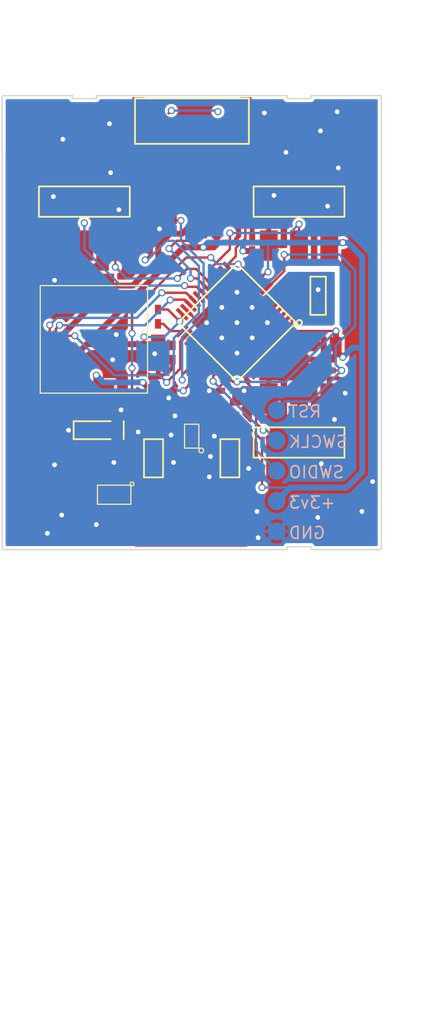
<source format=kicad_pcb>
(kicad_pcb (version 4) (host pcbnew 4.0.7-e2-6376~58~ubuntu14.04.1)
  (title_block (title "NeuroBytes Network Interface Device (NID)") (date 2018-04-08) (rev H) (company "NeuroTinker, LLC") (comment 1 "(C) 2018 Zach Fredin") (comment 2 "Drawing No. ZF-11012") (comment 3 "License: CC-BY-SA 4.0"))
  (layers (0 F.Cu signal) (31 B.Cu signal) (34 B.Paste user) (35 F.Paste user) (36 B.SilkS user) (37 F.SilkS user) (38 B.Mask user) (39 F.Mask user) (44 Edge.Cuts user))
  (net 0 "")
  (net 1 GND)
  (net 2 +5V)
  (net 3 +3V3)
  (net 4 /USB_D+)
  (net 5 /USB_D-)
  (net 6 +5VD)
  (net 7 /RST)
  (net 8 "Net-(J3-Pad4)")
  (net 9 /FAULT)
  (net 10 "Net-(R3-Pad1)")
  (net 11 "Net-(R6-Pad1)")
  (net 12 /TX)
  (net 13 /RX)
  (net 14 /LED_PROGRAMMING)
  (net 15 "Net-(U2-Pad2)")
  (net 16 "Net-(U2-Pad3)")
  (net 17 "Net-(U2-Pad4)")
  (net 18 "Net-(U2-Pad5)")
  (net 19 "Net-(U2-Pad6)")
  (net 20 "Net-(U2-Pad10)")
  (net 21 "Net-(U2-Pad11)")
  (net 22 "Net-(U2-Pad27)")
  (net 23 "Net-(U2-Pad28)")
  (net 24 "Net-(U2-Pad41)")
  (net 25 "Net-(U2-Pad42)")
  (net 26 "Net-(U2-Pad43)")
  (net 27 "Net-(U2-Pad45)")
  (net 28 "Net-(U2-Pad46)")
  (net 29 "Net-(U3-Pad4)")
  (net 30 "Net-(D5-Pad2)")
  (net 31 "Net-(Q1-Pad1)")
  (net 32 /SPEAKER)
  (net 33 "Net-(U2-Pad20)")
  (net 34 /NRST)
  (net 35 "Net-(TP2-Pad1)")
  (net 36 "Net-(TP3-Pad1)")
  (net 37 "Net-(U2-Pad38)")
  (net 38 "Net-(Q2-Pad3)")
  (net 39 /PMIC_SW)
  (net 40 "Net-(R2-Pad1)")
  (net 41 "Net-(U2-Pad14)")
  (net 42 "Net-(U2-Pad15)")
  (net 43 "Net-(U2-Pad40)")
  (net 44 "Net-(U2-Pad39)")
  (net 45 "Net-(U2-Pad29)")
  (net 46 "Net-(C6-Pad1)")
  (net 47 "Net-(C7-Pad1)")
  (net 48 "Net-(J3-Pad5)")
  (net 49 "Net-(J3-Pad1)")
  (net 50 "Net-(U4-Pad1)")
  (net 51 /LED_COMMS_NEUROBYTES)
  (net 52 /LED_COMMS_USB)
  (net 53 "Net-(FL1-Pad4)")
  (net 54 "Net-(FL1-Pad1)")
  (net 55 "Net-(C17-Pad1)")
  (net 56 "Net-(C18-Pad1)")
  (net 57 "Net-(C19-Pad1)")
  (net 58 "Net-(J1-Pad3)")
  (net 59 "Net-(J1-Pad4)")
  (net 60 "Net-(J1-Pad2)")
  (module KiCad_Footprints:ZF_SMD_nonpol_1206 (layer F.Cu) (at 43.124264 75.35 270)
    (fp_text reference L1)
    (fp_text value Ferrite_Bead hide)
    (pad 1 smd rect (at -1.8 0 270) (size 1.6 1.6) (layers F.Cu F.Paste F.Mask) (net 2 +5V))
    (pad 2 smd rect (at 1.8 0 270) (size 1.6 1.6) (layers F.Cu F.Paste F.Mask) (net 49 "Net-(J3-Pad1)"))
  )
  (module KiCad_Footprints:ZF_CONN_SERVO_HDR_SMT (layer F.Cu) (at 37.324264 57.55 90)
    (fp_text reference J5)
    (fp_text value Conn_01x03)
    (pad 1 smd rect (at 0 2.54 90) (size 2.54 1.5) (layers F.Cu F.Paste F.Mask) (net 52 /LED_COMMS_USB))
    (pad 2 smd rect (at 0 0 90) (size 2.54 1.5) (layers F.Cu F.Paste F.Mask) (net 14 /LED_PROGRAMMING))
    (pad 3 smd rect (at 0 -2.54 90) (size 2.54 1.5) (layers F.Cu F.Paste F.Mask) (net 1 GND))
  )
  (module KiCad_Footprints:ZF_IC_UFQFPN48 (layer F.Cu) (at 50.124264 64 135)
    (fp_text reference U2)
    (fp_text value STM32F103CBUx hide)
    (pad 1 smd rect (at -2.75 3.75 135) (size 0.3 1.25) (layers F.Cu F.Paste F.Mask) (net 3 +3V3))
    (pad 2 smd rect (at -2.25 3.75 135) (size 0.3 1.25) (layers F.Cu F.Paste F.Mask) (net 15 "Net-(U2-Pad2)"))
    (pad 3 smd rect (at -1.75 3.75 135) (size 0.3 1.25) (layers F.Cu F.Paste F.Mask) (net 16 "Net-(U2-Pad3)"))
    (pad 4 smd rect (at -1.25 3.75 135) (size 0.3 1.25) (layers F.Cu F.Paste F.Mask) (net 17 "Net-(U2-Pad4)"))
    (pad 5 smd rect (at -0.75 3.75 135) (size 0.3 1.25) (layers F.Cu F.Paste F.Mask) (net 18 "Net-(U2-Pad5)"))
    (pad 6 smd rect (at -0.25 3.75 135) (size 0.3 1.25) (layers F.Cu F.Paste F.Mask) (net 19 "Net-(U2-Pad6)"))
    (pad 7 smd rect (at 0.25 3.75 135) (size 0.3 1.25) (layers F.Cu F.Paste F.Mask) (net 34 /NRST))
    (pad 8 smd rect (at 0.75 3.75 135) (size 0.3 1.25) (layers F.Cu F.Paste F.Mask) (net 1 GND))
    (pad 9 smd rect (at 1.25 3.75 135) (size 0.3 1.25) (layers F.Cu F.Paste F.Mask) (net 3 +3V3))
    (pad 10 smd rect (at 1.75 3.75 135) (size 0.3 1.25) (layers F.Cu F.Paste F.Mask) (net 20 "Net-(U2-Pad10)"))
    (pad 11 smd rect (at 2.25 3.75 135) (size 0.3 1.25) (layers F.Cu F.Paste F.Mask) (net 21 "Net-(U2-Pad11)"))
    (pad 12 smd rect (at 2.75 3.75 135) (size 0.3 1.25) (layers F.Cu F.Paste F.Mask) (net 32 /SPEAKER))
    (pad 13 smd rect (at 3.75 2.75 225) (size 0.3 1.25) (layers F.Cu F.Paste F.Mask) (net 7 /RST))
    (pad 14 smd rect (at 3.75 2.25 225) (size 0.3 1.25) (layers F.Cu F.Paste F.Mask) (net 41 "Net-(U2-Pad14)"))
    (pad 15 smd rect (at 3.75 1.75 225) (size 0.3 1.25) (layers F.Cu F.Paste F.Mask) (net 42 "Net-(U2-Pad15)"))
    (pad 16 smd rect (at 3.75 1.25 225) (size 0.3 1.25) (layers F.Cu F.Paste F.Mask) (net 51 /LED_COMMS_NEUROBYTES))
    (pad 17 smd rect (at 3.75 0.75 225) (size 0.3 1.25) (layers F.Cu F.Paste F.Mask) (net 52 /LED_COMMS_USB))
    (pad 18 smd rect (at 3.75 0.25 225) (size 0.3 1.25) (layers F.Cu F.Paste F.Mask) (net 40 "Net-(R2-Pad1)"))
    (pad 19 smd rect (at 3.75 -0.25 225) (size 0.3 1.25) (layers F.Cu F.Paste F.Mask) (net 14 /LED_PROGRAMMING))
    (pad 20 smd rect (at 3.75 -0.75 225) (size 0.3 1.25) (layers F.Cu F.Paste F.Mask) (net 33 "Net-(U2-Pad20)"))
    (pad 21 smd rect (at 3.75 -1.25 225) (size 0.3 1.25) (layers F.Cu F.Paste F.Mask) (net 9 /FAULT))
    (pad 22 smd rect (at 3.75 -1.75 225) (size 0.3 1.25) (layers F.Cu F.Paste F.Mask) (net 39 /PMIC_SW))
    (pad 23 smd rect (at 3.75 -2.25 225) (size 0.3 1.25) (layers F.Cu F.Paste F.Mask) (net 1 GND))
    (pad 24 smd rect (at 3.75 -2.75 225) (size 0.3 1.25) (layers F.Cu F.Paste F.Mask) (net 3 +3V3))
    (pad 25 smd rect (at 2.75 -3.75 315) (size 0.3 1.25) (layers F.Cu F.Paste F.Mask) (net 11 "Net-(R6-Pad1)"))
    (pad 26 smd rect (at 2.25 -3.75 315) (size 0.3 1.25) (layers F.Cu F.Paste F.Mask) (net 6 +5VD))
    (pad 27 smd rect (at 1.75 -3.75 315) (size 0.3 1.25) (layers F.Cu F.Paste F.Mask) (net 22 "Net-(U2-Pad27)"))
    (pad 28 smd rect (at 1.25 -3.75 315) (size 0.3 1.25) (layers F.Cu F.Paste F.Mask) (net 23 "Net-(U2-Pad28)"))
    (pad 29 smd rect (at 0.75 -3.75 315) (size 0.3 1.25) (layers F.Cu F.Paste F.Mask) (net 45 "Net-(U2-Pad29)"))
    (pad 30 smd rect (at 0.25 -3.75 315) (size 0.3 1.25) (layers F.Cu F.Paste F.Mask) (net 12 /TX))
    (pad 31 smd rect (at -0.25 -3.75 315) (size 0.3 1.25) (layers F.Cu F.Paste F.Mask) (net 13 /RX))
    (pad 32 smd rect (at -0.75 -3.75 315) (size 0.3 1.25) (layers F.Cu F.Paste F.Mask) (net 46 "Net-(C6-Pad1)"))
    (pad 33 smd rect (at -1.25 -3.75 315) (size 0.3 1.25) (layers F.Cu F.Paste F.Mask) (net 47 "Net-(C7-Pad1)"))
    (pad 34 smd rect (at -1.75 -3.75 315) (size 0.3 1.25) (layers F.Cu F.Paste F.Mask) (net 36 "Net-(TP3-Pad1)"))
    (pad 35 smd rect (at -2.25 -3.75 315) (size 0.3 1.25) (layers F.Cu F.Paste F.Mask) (net 1 GND))
    (pad 36 smd rect (at -2.75 -3.75 315) (size 0.3 1.25) (layers F.Cu F.Paste F.Mask) (net 3 +3V3))
    (pad 37 smd rect (at -3.75 -2.75 225) (size 0.3 1.25) (layers F.Cu F.Paste F.Mask) (net 35 "Net-(TP2-Pad1)"))
    (pad 38 smd rect (at -3.75 -2.25 225) (size 0.3 1.25) (layers F.Cu F.Paste F.Mask) (net 37 "Net-(U2-Pad38)"))
    (pad 39 smd rect (at -3.75 -1.75 225) (size 0.3 1.25) (layers F.Cu F.Paste F.Mask) (net 44 "Net-(U2-Pad39)"))
    (pad 40 smd rect (at -3.75 -1.25 225) (size 0.3 1.25) (layers F.Cu F.Paste F.Mask) (net 43 "Net-(U2-Pad40)"))
    (pad 41 smd rect (at -3.75 -0.75 225) (size 0.3 1.25) (layers F.Cu F.Paste F.Mask) (net 24 "Net-(U2-Pad41)"))
    (pad 42 smd rect (at -3.75 -0.25 225) (size 0.3 1.25) (layers F.Cu F.Paste F.Mask) (net 25 "Net-(U2-Pad42)"))
    (pad 43 smd rect (at -3.75 0.25 225) (size 0.3 1.25) (layers F.Cu F.Paste F.Mask) (net 26 "Net-(U2-Pad43)"))
    (pad 44 smd rect (at -3.75 0.75 225) (size 0.3 1.25) (layers F.Cu F.Paste F.Mask) (net 1 GND))
    (pad 45 smd rect (at -3.75 1.25 225) (size 0.3 1.25) (layers F.Cu F.Paste F.Mask) (net 27 "Net-(U2-Pad45)"))
    (pad 46 smd rect (at -3.75 1.75 225) (size 0.3 1.25) (layers F.Cu F.Paste F.Mask) (net 28 "Net-(U2-Pad46)"))
    (pad 47 smd rect (at -3.75 2.25 225) (size 0.3 1.25) (layers F.Cu F.Paste F.Mask) (net 1 GND))
    (pad 48 smd rect (at -3.75 2.75 225) (size 0.3 1.25) (layers F.Cu F.Paste F.Mask) (net 3 +3V3))
    (pad 49 smd rect (at 1.8 1.8 135) (size 1.8 1.8) (layers F.Cu F.Paste F.Mask) (net 1 GND))
    (pad 49 smd rect (at -1.8 1.8 135) (size 1.8 1.8) (layers F.Cu F.Paste F.Mask) (net 1 GND))
    (pad 49 smd rect (at -1.8 -1.8 135) (size 1.8 1.8) (layers F.Cu F.Paste F.Mask) (net 1 GND))
    (pad 49 smd rect (at 1.8 -1.8 135) (size 1.8 1.8) (layers F.Cu F.Paste F.Mask) (net 1 GND))
    (pad 49 smd rect (at 0 1.8 135) (size 1.8 1.8) (layers F.Cu F.Paste F.Mask) (net 1 GND))
    (pad 49 smd rect (at 0 0 135) (size 1.8 1.8) (layers F.Cu F.Paste F.Mask) (net 1 GND))
    (pad 49 smd rect (at 1.8 0 135) (size 1.8 1.8) (layers F.Cu F.Paste F.Mask) (net 1 GND))
    (pad 49 smd rect (at 0 -1.8 135) (size 1.8 1.8) (layers F.Cu F.Paste F.Mask) (net 1 GND))
    (pad 49 smd rect (at -1.8 0 135) (size 1.8 1.8) (layers F.Cu F.Paste F.Mask) (net 1 GND))
  )
  (module KiCad_Footprints:ZF_SMD_nonpol_1210 (layer F.Cu) (at 46.324264 52.2)
    (fp_text reference C16)
    (fp_text value 100u hide)
    (pad 1 smd rect (at -1.75 0) (size 1.5 2.3) (layers F.Cu F.Paste F.Mask) (net 6 +5VD))
    (pad 2 smd rect (at 1.75 0) (size 1.5 2.3) (layers F.Cu F.Paste F.Mask) (net 1 GND))
  )
  (module KiCad_Footprints:ZF_LOGO_OSHW (layer B.Cu) (at 46.324264 51 180)
    (fp_text reference G*** hide)
    (fp_text value LOGO hide)
  )
  (module KiCad_Footprints:ZF_SOT23-5L (layer F.Cu) (at 34.824264 75.9)
    (fp_text reference U3)
    (fp_text value LD3985G hide)
    (pad 2 smd rect (at 0 1.15 180) (size 0.6 1.2) (layers F.Cu F.Paste F.Mask) (net 1 GND))
    (pad 1 smd rect (at -0.95 1.15 180) (size 0.6 1.2) (layers F.Cu F.Paste F.Mask) (net 6 +5VD))
    (pad 3 smd rect (at 0.95 1.15 180) (size 0.6 1.2) (layers F.Cu F.Paste F.Mask) (net 6 +5VD))
    (pad 4 smd rect (at 0.95 -1.15 180) (size 0.6 1.2) (layers F.Cu F.Paste F.Mask) (net 29 "Net-(U3-Pad4)"))
    (pad 5 smd rect (at -0.95 -1.15 180) (size 0.6 1.2) (layers F.Cu F.Paste F.Mask) (net 3 +3V3))
  )
  (module KiCad_Footprints:ZF_SMD_SOT-353 (layer F.Cu) (at 46.324264 73.5 90)
    (fp_text reference U4 hide)
    (fp_text value RClamp0503F hide)
    (pad 1 smd rect (at -0.65 1 90) (size 0.3 0.8) (layers F.Cu F.Paste F.Mask) (net 50 "Net-(U4-Pad1)"))
    (pad 2 smd rect (at 0 1 90) (size 0.3 0.8) (layers F.Cu F.Paste F.Mask) (net 1 GND))
    (pad 3 smd rect (at 0.65 1 90) (size 0.3 0.8) (layers F.Cu F.Paste F.Mask) (net 4 /USB_D+))
    (pad 4 smd rect (at 0.65 -1 90) (size 0.3 0.8) (layers F.Cu F.Paste F.Mask) (net 5 /USB_D-))
    (pad 5 smd rect (at -0.65 -1 90) (size 0.3 0.8) (layers F.Cu F.Paste F.Mask) (net 2 +5V))
  )
  (module KiCad_Footprints:ZF_SOT23-6L (layer F.Cu) (at 39.824264 78.4 180)
    (fp_text reference U1)
    (fp_text value TPS2550 hide)
    (pad 5 smd rect (at 0 -1.15) (size 0.6 1.2) (layers F.Cu F.Paste F.Mask) (net 10 "Net-(R3-Pad1)"))
    (pad 2 smd rect (at 0 1.15) (size 0.6 1.2) (layers F.Cu F.Paste F.Mask) (net 1 GND))
    (pad 1 smd rect (at -0.95 1.15) (size 0.6 1.2) (layers F.Cu F.Paste F.Mask) (net 2 +5V))
    (pad 3 smd rect (at 0.95 1.15) (size 0.6 1.2) (layers F.Cu F.Paste F.Mask) (net 1 GND))
    (pad 4 smd rect (at 0.95 -1.15) (size 0.6 1.2) (layers F.Cu F.Paste F.Mask) (net 9 /FAULT))
    (pad 6 smd rect (at -0.95 -1.15) (size 0.6 1.2) (layers F.Cu F.Paste F.Mask) (net 6 +5VD))
  )
  (module KiCad_Footprints:ZF_CONN_USB-MICRO-B-SMD (layer F.Cu) (at 46.324264 81.6)
    (fp_text reference J3)
    (fp_text value USB_OTG hide)
    (pad 6 smd rect (at 3.8 0) (size 1.8 1.9) (layers F.Cu F.Paste F.Mask) (net 48 "Net-(J3-Pad5)"))
    (pad 6 smd rect (at -3.8 0) (size 1.8 1.9) (layers F.Cu F.Paste F.Mask) (net 48 "Net-(J3-Pad5)"))
    (pad 6 smd rect (at -3.1 -2.55) (size 2.1 1.6) (layers F.Cu F.Paste F.Mask) (net 48 "Net-(J3-Pad5)"))
    (pad 6 smd rect (at 3.1 -2.55) (size 2.1 1.6) (layers F.Cu F.Paste F.Mask) (net 48 "Net-(J3-Pad5)"))
    (pad 1 smd rect (at -1.3 -2.5) (size 0.4 1.5) (layers F.Cu F.Paste F.Mask) (net 49 "Net-(J3-Pad1)"))
    (pad 2 smd rect (at -0.65 -2.5) (size 0.4 1.5) (layers F.Cu F.Paste F.Mask) (net 53 "Net-(FL1-Pad4)"))
    (pad 3 smd rect (at 0 -2.5) (size 0.4 1.5) (layers F.Cu F.Paste F.Mask) (net 54 "Net-(FL1-Pad1)"))
    (pad 4 smd rect (at 0.65 -2.5) (size 0.4 1.5) (layers F.Cu F.Paste F.Mask) (net 8 "Net-(J3-Pad4)"))
    (pad 5 smd rect (at 1.3 -2.5) (size 0.4 1.5) (layers F.Cu F.Paste F.Mask) (net 48 "Net-(J3-Pad5)"))
  )
  (module KiCad_Footprints:ZF_SOT23-3L (layer F.Cu) (at 35.324264 81.4 90)
    (fp_text reference Q2)
    (fp_text value 2N7002 hide)
    (pad 3 smd rect (at 0 1.15 270) (size 0.6 1.2) (layers F.Cu F.Paste F.Mask) (net 38 "Net-(Q2-Pad3)"))
    (pad 1 smd rect (at 0.95 -1.15 270) (size 0.6 1.2) (layers F.Cu F.Paste F.Mask) (net 39 /PMIC_SW))
    (pad 2 smd rect (at -0.95 -1.15 270) (size 0.6 1.2) (layers F.Cu F.Paste F.Mask) (net 1 GND))
  )
  (module KiCad_Footprints:ZF_Piezo_PKMCS (layer F.Cu) (at 38.124264 65.4 90)
    (fp_text reference LS1 hide)
    (fp_text value Speaker_Crystal)
    (pad 1 smd rect (at 4.5 0 90) (size 2 3.4) (layers F.Cu F.Paste F.Mask) (net 6 +5VD))
    (pad 2 smd rect (at -4.5 0 90) (size 2 3.4) (layers F.Cu F.Paste F.Mask) (net 30 "Net-(D5-Pad2)"))
  )
  (module KiCad_Footprints:ZF_CONN_1-5mm_pad (layer B.Cu) (at 53.454264 73.855416 270)
    (fp_text reference TP2 hide)
    (fp_text value SWCLK hide)
    (pad 1 connect circle (at 0 0 270) (size 1.5 1.5) (layers B.Cu B.Mask) (net 35 "Net-(TP2-Pad1)"))
  )
  (module KiCad_Footprints:ZF_CONN_1-5mm_pad (layer B.Cu) (at 53.454264 76.395416 270)
    (fp_text reference TP3 hide)
    (fp_text value SWDIO hide)
    (pad 1 connect circle (at 0 0 270) (size 1.5 1.5) (layers B.Cu B.Mask) (net 36 "Net-(TP3-Pad1)"))
  )
  (module KiCad_Footprints:ZF_CONN_1-5mm_pad (layer B.Cu) (at 53.454264 71.315416 270)
    (fp_text reference TP1 hide)
    (fp_text value NRST hide)
    (pad 1 connect circle (at 0 0 270) (size 1.5 1.5) (layers B.Cu B.Mask) (net 34 /NRST))
  )
  (module KiCad_Footprints:ZF_SMD_NonPol_0402_cap (layer F.Cu) (at 41.324264 73.75 270)
    (fp_text reference C1)
    (fp_text value 100n hide)
    (pad 1 smd rect (at -0.6 0 270) (size 0.8 0.5) (layers F.Cu F.Paste F.Mask) (net 1 GND))
    (pad 2 smd rect (at 0.6 0 270) (size 0.8 0.5) (layers F.Cu F.Paste F.Mask) (net 2 +5V))
  )
  (module KiCad_Footprints:ZF_SMD_NonPol_0402_cap (layer F.Cu) (at 57.4 68 180)
    (fp_text reference C2)
    (fp_text value 100n hide)
    (pad 1 smd rect (at -0.6 0 180) (size 0.8 0.5) (layers F.Cu F.Paste F.Mask) (net 34 /NRST))
    (pad 2 smd rect (at 0.6 0 180) (size 0.8 0.5) (layers F.Cu F.Paste F.Mask) (net 1 GND))
  )
  (module KiCad_Footprints:ZF_SMD_NonPol_0402_cap (layer F.Cu) (at 57.4 67.1 180)
    (fp_text reference C3)
    (fp_text value 100n hide)
    (pad 1 smd rect (at -0.6 0 180) (size 0.8 0.5) (layers F.Cu F.Paste F.Mask) (net 3 +3V3))
    (pad 2 smd rect (at 0.6 0 180) (size 0.8 0.5) (layers F.Cu F.Paste F.Mask) (net 1 GND))
  )
  (module KiCad_Footprints:ZF_SMD_NonPol_0402_cap (layer F.Cu) (at 49.324264 69.7)
    (fp_text reference C4)
    (fp_text value 100n hide)
    (pad 1 smd rect (at -0.6 0) (size 0.8 0.5) (layers F.Cu F.Paste F.Mask) (net 3 +3V3))
    (pad 2 smd rect (at 0.6 0) (size 0.8 0.5) (layers F.Cu F.Paste F.Mask) (net 1 GND))
  )
  (module KiCad_Footprints:ZF_SMD_NonPol_0603 (layer F.Cu) (at 57.4 65.8 180)
    (fp_text reference C5)
    (fp_text value 4u7 hide)
    (pad 1 smd rect (at -1 0 180) (size 1 1.2) (layers F.Cu F.Paste F.Mask) (net 3 +3V3))
    (pad 2 smd rect (at 1 0 180) (size 1 1.2) (layers F.Cu F.Paste F.Mask) (net 1 GND))
  )
  (module KiCad_Footprints:ZF_SMD_NonPol_0402_cap (layer F.Cu) (at 45.524264 71.2 270)
    (fp_text reference C6)
    (fp_text value 47p hide)
    (pad 1 smd rect (at -0.6 0 270) (size 0.8 0.5) (layers F.Cu F.Paste F.Mask) (net 46 "Net-(C6-Pad1)"))
    (pad 2 smd rect (at 0.6 0 270) (size 0.8 0.5) (layers F.Cu F.Paste F.Mask) (net 1 GND))
  )
  (module KiCad_Footprints:ZF_SMD_NonPol_0402_cap (layer F.Cu) (at 49.324264 70.7)
    (fp_text reference C7)
    (fp_text value 47p hide)
    (pad 1 smd rect (at -0.6 0) (size 0.8 0.5) (layers F.Cu F.Paste F.Mask) (net 47 "Net-(C7-Pad1)"))
    (pad 2 smd rect (at 0.6 0) (size 0.8 0.5) (layers F.Cu F.Paste F.Mask) (net 1 GND))
  )
  (module KiCad_Footprints:ZF_SMD_NonPol_0402_cap (layer F.Cu) (at 51.4 57.4 90)
    (fp_text reference C8)
    (fp_text value 100n hide)
    (pad 1 smd rect (at -0.6 0 90) (size 0.8 0.5) (layers F.Cu F.Paste F.Mask) (net 3 +3V3))
    (pad 2 smd rect (at 0.6 0 90) (size 0.8 0.5) (layers F.Cu F.Paste F.Mask) (net 1 GND))
  )
  (module KiCad_Footprints:ZF_SMD_NonPol_0603 (layer F.Cu) (at 43.524264 66.5 270)
    (fp_text reference C9)
    (fp_text value 1u hide)
    (pad 1 smd rect (at -1 0 270) (size 1 1.2) (layers F.Cu F.Paste F.Mask) (net 3 +3V3))
    (pad 2 smd rect (at 1 0 270) (size 1 1.2) (layers F.Cu F.Paste F.Mask) (net 1 GND))
  )
  (module KiCad_Footprints:ZF_SMD_NonPol_0402_cap (layer F.Cu) (at 44.724264 66.5 270)
    (fp_text reference C10)
    (fp_text value 100n hide)
    (pad 1 smd rect (at -0.6 0 270) (size 0.8 0.5) (layers F.Cu F.Paste F.Mask) (net 3 +3V3))
    (pad 2 smd rect (at 0.6 0 270) (size 0.8 0.5) (layers F.Cu F.Paste F.Mask) (net 1 GND))
  )
  (module KiCad_Footprints:ZF_SMD_NonPol_0603 (layer F.Cu) (at 37.224264 75.9 270)
    (fp_text reference C11)
    (fp_text value 1u hide)
    (pad 1 smd rect (at -1 0 270) (size 1 1.2) (layers F.Cu F.Paste F.Mask) (net 6 +5VD))
    (pad 2 smd rect (at 1 0 270) (size 1 1.2) (layers F.Cu F.Paste F.Mask) (net 1 GND))
  )
  (module KiCad_Footprints:ZF_SMD_NonPol_0603 (layer F.Cu) (at 34.824264 72.1 90)
    (fp_text reference C12)
    (fp_text value 1u hide)
    (pad 1 smd rect (at -1 0 90) (size 1 1.2) (layers F.Cu F.Paste F.Mask) (net 3 +3V3))
    (pad 2 smd rect (at 1 0 90) (size 1 1.2) (layers F.Cu F.Paste F.Mask) (net 1 GND))
  )
  (module KiCad_Footprints:ZF_CONN_JST_GH_5POS (layer F.Cu) (at 46.347918 47.934924 90)
    (fp_text reference J1)
    (fp_text value CONN_01X05 hide)
    (pad 3 smd rect (at -1.6 0 180) (size 0.6 1.7) (layers F.Cu F.Paste F.Mask) (net 58 "Net-(J1-Pad3)"))
    (pad 4 smd rect (at -1.6 -1.25 180) (size 0.6 1.7) (layers F.Cu F.Paste F.Mask) (net 59 "Net-(J1-Pad4)"))
    (pad 2 smd rect (at -1.6 1.25 180) (size 0.6 1.7) (layers F.Cu F.Paste F.Mask) (net 60 "Net-(J1-Pad2)"))
    (pad 1 smd rect (at -1.6 2.5 180) (size 0.6 1.7) (layers F.Cu F.Paste F.Mask) (net 1 GND))
    (pad "" smd rect (at 1.45 -4.5 180) (size 1 2.7) (layers F.Cu F.Paste F.Mask) (net 1 GND))
    (pad "" smd rect (at 1.45 4.5 180) (size 1 2.7) (layers F.Cu F.Paste F.Mask) (net 1 GND))
    (pad 5 smd rect (at -1.6 -2.5 90) (size 1.7 0.6) (layers F.Cu F.Paste F.Mask) (net 6 +5VD))
  )
  (module KiCad_Footprints:ZF_SMD_NonPol_0402 (layer F.Cu) (at 49.324264 71.7)
    (fp_text reference R1)
    (fp_text value 1k5 hide)
    (pad 1 smd rect (at -0.6 0) (size 0.8 0.5) (layers F.Cu F.Paste F.Mask) (net 4 /USB_D+))
    (pad 2 smd rect (at 0.6 0) (size 0.8 0.5) (layers F.Cu F.Paste F.Mask) (net 3 +3V3))
  )
  (module KiCad_Footprints:ZF_SMD_NonPol_0402 (layer F.Cu) (at 47.824264 56.7)
    (fp_text reference R2)
    (fp_text value JMP hide)
    (pad 1 smd rect (at -0.6 0) (size 0.8 0.5) (layers F.Cu F.Paste F.Mask) (net 40 "Net-(R2-Pad1)"))
    (pad 2 smd rect (at 0.6 0) (size 0.8 0.5) (layers F.Cu F.Paste F.Mask) (net 3 +3V3))
  )
  (module KiCad_Footprints:ZF_SMD_NonPol_0402 (layer F.Cu) (at 39.824264 80.9 180)
    (fp_text reference R3)
    (fp_text value 243k hide)
    (pad 1 smd rect (at -0.6 0 180) (size 0.8 0.5) (layers F.Cu F.Paste F.Mask) (net 10 "Net-(R3-Pad1)"))
    (pad 2 smd rect (at 0.6 0 180) (size 0.8 0.5) (layers F.Cu F.Paste F.Mask) (net 1 GND))
  )
  (module KiCad_Footprints:ZF_SMD_NonPol_0402 (layer F.Cu) (at 46.524264 71.2 270)
    (fp_text reference R4)
    (fp_text value 22R hide)
    (pad 1 smd rect (at -0.6 0 270) (size 0.8 0.5) (layers F.Cu F.Paste F.Mask) (net 46 "Net-(C6-Pad1)"))
    (pad 2 smd rect (at 0.6 0 270) (size 0.8 0.5) (layers F.Cu F.Paste F.Mask) (net 5 /USB_D-))
  )
  (module KiCad_Footprints:ZF_SMD_NonPol_0402 (layer F.Cu) (at 47.524264 71.2 270)
    (fp_text reference R5)
    (fp_text value 22R hide)
    (pad 1 smd rect (at -0.6 0 270) (size 0.8 0.5) (layers F.Cu F.Paste F.Mask) (net 47 "Net-(C7-Pad1)"))
    (pad 2 smd rect (at 0.6 0 270) (size 0.8 0.5) (layers F.Cu F.Paste F.Mask) (net 4 /USB_D+))
  )
  (module KiCad_Footprints:ZF_SMD_pol_0805 (layer F.Cu) (at 38.524264 73)
    (fp_text reference D5)
    (fp_text value D hide)
    (pad 2 smd rect (at 1.25 0) (size 1.5 1.25) (layers F.Cu F.Paste F.Mask) (net 30 "Net-(D5-Pad2)"))
    (pad 1 smd rect (at -1.25 0) (size 1.5 1.25) (layers F.Cu F.Paste F.Mask) (net 6 +5VD))
  )
  (module KiCad_Footprints:ZF_SOT23-3L (layer F.Cu) (at 43.324264 70.75 180)
    (fp_text reference Q1)
    (fp_text value MMBT3904 hide)
    (pad 3 smd rect (at 0 1.15) (size 0.6 1.2) (layers F.Cu F.Paste F.Mask) (net 30 "Net-(D5-Pad2)"))
    (pad 1 smd rect (at 0.95 -1.15) (size 0.6 1.2) (layers F.Cu F.Paste F.Mask) (net 31 "Net-(Q1-Pad1)"))
    (pad 2 smd rect (at -0.95 -1.15) (size 0.6 1.2) (layers F.Cu F.Paste F.Mask) (net 1 GND))
  )
  (module KiCad_Footprints:ZF_SMD_NonPol_0402 (layer F.Cu) (at 41.324264 71.2 90)
    (fp_text reference R15)
    (fp_text value 1k hide)
    (pad 1 smd rect (at -0.6 0 90) (size 0.8 0.5) (layers F.Cu F.Paste F.Mask) (net 31 "Net-(Q1-Pad1)"))
    (pad 2 smd rect (at 0.6 0 90) (size 0.8 0.5) (layers F.Cu F.Paste F.Mask) (net 32 /SPEAKER))
  )
  (module KiCad_Footprints:ZF_SMD_NonPol_0402 (layer F.Cu) (at 43.5 63.5 90)
    (fp_text reference R6)
    (fp_text value 10k hide)
    (pad 1 smd rect (at -0.6 0 90) (size 0.8 0.5) (layers F.Cu F.Paste F.Mask) (net 11 "Net-(R6-Pad1)"))
    (pad 2 smd rect (at 0.6 0 90) (size 0.8 0.5) (layers F.Cu F.Paste F.Mask) (net 3 +3V3))
  )
  (module KiCad_Footprints:ZF_SMD_NonPol_0402 (layer F.Cu) (at 39.824264 81.9)
    (fp_text reference R7)
    (fp_text value 57k6 hide)
    (pad 1 smd rect (at -0.6 0) (size 0.8 0.5) (layers F.Cu F.Paste F.Mask) (net 38 "Net-(Q2-Pad3)"))
    (pad 2 smd rect (at 0.6 0) (size 0.8 0.5) (layers F.Cu F.Paste F.Mask) (net 10 "Net-(R3-Pad1)"))
  )
  (module KiCad_Footprints:ZF_SMD_NonPol_0402 (layer F.Cu) (at 35.324264 79.4 180)
    (fp_text reference R8)
    (fp_text value 10k hide)
    (pad 1 smd rect (at -0.6 0 180) (size 0.8 0.5) (layers F.Cu F.Paste F.Mask) (net 1 GND))
    (pad 2 smd rect (at 0.6 0 180) (size 0.8 0.5) (layers F.Cu F.Paste F.Mask) (net 39 /PMIC_SW))
  )
  (module KiCad_Footprints:ZF_SMD_NonPol_0603 (layer F.Cu) (at 47.324264 54.5)
    (fp_text reference C13)
    (fp_text value 4u7 hide)
    (pad 1 smd rect (at -1 0) (size 1 1.2) (layers F.Cu F.Paste F.Mask) (net 6 +5VD))
    (pad 2 smd rect (at 1 0) (size 1 1.2) (layers F.Cu F.Paste F.Mask) (net 1 GND))
  )
  (module KiCad_Footprints:ZF_SMD_NonPol_0402_cap (layer F.Cu) (at 47.824264 55.75)
    (fp_text reference C14)
    (fp_text value 100n hide)
    (pad 1 smd rect (at -0.6 0) (size 0.8 0.5) (layers F.Cu F.Paste F.Mask) (net 6 +5VD))
    (pad 2 smd rect (at 0.6 0) (size 0.8 0.5) (layers F.Cu F.Paste F.Mask) (net 1 GND))
  )
  (module KiCad_Footprints:ZF_SMD_NonPol_0603 (layer F.Cu) (at 39.824264 75.7 180)
    (fp_text reference C15)
    (fp_text value 1u hide)
    (pad 1 smd rect (at -1 0 180) (size 1 1.2) (layers F.Cu F.Paste F.Mask) (net 2 +5V))
    (pad 2 smd rect (at 1 0 180) (size 1 1.2) (layers F.Cu F.Paste F.Mask) (net 1 GND))
  )
  (module KiCad_Footprints:ZF_SMD_NonPol_0402 (layer F.Cu) (at 38.524264 71.6 180)
    (fp_text reference R9)
    (fp_text value 1k hide)
    (pad 1 smd rect (at -0.6 0 180) (size 0.8 0.5) (layers F.Cu F.Paste F.Mask) (net 30 "Net-(D5-Pad2)"))
    (pad 2 smd rect (at 0.6 0 180) (size 0.8 0.5) (layers F.Cu F.Paste F.Mask) (net 6 +5VD))
  )
  (module KiCad_Footprints:ZF_CONN_1-5mm_pad (layer B.Cu) (at 53.454264 81.475416 270)
    (fp_text reference TP4 hide)
    (fp_text value GND hide)
    (pad 1 connect circle (at 0 0 270) (size 1.5 1.5) (layers B.Cu B.Mask) (net 1 GND))
  )
  (module KiCad_Footprints:ZF_CONN_1-5mm_pad (layer B.Cu) (at 53.454264 78.935416 270)
    (fp_text reference TP5 hide)
    (fp_text value 3v3 hide)
    (pad 1 connect circle (at 0 0 270) (size 1.5 1.5) (layers B.Cu B.Mask) (net 3 +3V3))
  )
  (module KiCad_Footprints:ZF_SMD_CMC_0805 (layer F.Cu) (at 46.324264 76.5 90)
    (fp_text reference FL1 hide)
    (fp_text value EMI_Filter_LL-rev hide)
    (pad 4 smd rect (at -0.95 -0.43 90) (size 1 0.5) (layers F.Cu F.Paste F.Mask) (net 53 "Net-(FL1-Pad4)"))
    (pad 1 smd rect (at -0.95 0.43 90) (size 1 0.5) (layers F.Cu F.Paste F.Mask) (net 54 "Net-(FL1-Pad1)"))
    (pad 2 smd rect (at 0.95 0.43 90) (size 1 0.5) (layers F.Cu F.Paste F.Mask) (net 4 /USB_D+))
    (pad 3 smd rect (at 0.95 -0.43 90) (size 1 0.5) (layers F.Cu F.Paste F.Mask) (net 5 /USB_D-))
  )
  (module KiCad_Footprints:ZF_CONN_SERVO_HDR_SMT (layer F.Cu) (at 55.324264 70.35 270)
    (fp_text reference J7)
    (fp_text value Conn_01x03)
    (pad 1 smd rect (at 0 2.54 270) (size 2.54 1.5) (layers F.Cu F.Paste F.Mask) (net 1 GND))
    (pad 2 smd rect (at 0 0 270) (size 2.54 1.5) (layers F.Cu F.Paste F.Mask) (net 1 GND))
    (pad 3 smd rect (at 0 -2.54 270) (size 2.54 1.5) (layers F.Cu F.Paste F.Mask) (net 1 GND))
  )
  (module KiCad_Footprints:ZF_CONN_SERVO_HDR_SMT (layer F.Cu) (at 55.324264 57.55 90)
    (fp_text reference J2)
    (fp_text value Conn_01x03)
    (pad 1 smd rect (at 0 2.54 90) (size 2.54 1.5) (layers F.Cu F.Paste F.Mask) (net 3 +3V3))
    (pad 2 smd rect (at 0 0 90) (size 2.54 1.5) (layers F.Cu F.Paste F.Mask) (net 51 /LED_COMMS_NEUROBYTES))
    (pad 3 smd rect (at 0 -2.54 90) (size 2.54 1.5) (layers F.Cu F.Paste F.Mask) (net 1 GND))
  )
  (module KiCad_Footprints:ZF_SMD_NonPol_0402_cap (layer F.Cu) (at 41.824264 57.25 270)
    (fp_text reference C17)
    (fp_text value 100n hide)
    (pad 1 smd rect (at -0.6 0 270) (size 0.8 0.5) (layers F.Cu F.Paste F.Mask) (net 55 "Net-(C17-Pad1)"))
    (pad 2 smd rect (at 0.6 0 270) (size 0.8 0.5) (layers F.Cu F.Paste F.Mask) (net 1 GND))
  )
  (module KiCad_Footprints:ZF_SMD_NonPol_0402_cap (layer F.Cu) (at 43.824264 54.75 270)
    (fp_text reference C18)
    (fp_text value 100n hide)
    (pad 1 smd rect (at -0.6 0 270) (size 0.8 0.5) (layers F.Cu F.Paste F.Mask) (net 56 "Net-(C18-Pad1)"))
    (pad 2 smd rect (at 0.6 0 270) (size 0.8 0.5) (layers F.Cu F.Paste F.Mask) (net 1 GND))
  )
  (module KiCad_Footprints:ZF_SMD_NonPol_0402_cap (layer F.Cu) (at 49.824264 53.75 270)
    (fp_text reference C19)
    (fp_text value 100n hide)
    (pad 1 smd rect (at -0.6 0 270) (size 0.8 0.5) (layers F.Cu F.Paste F.Mask) (net 57 "Net-(C19-Pad1)"))
    (pad 2 smd rect (at 0.6 0 270) (size 0.8 0.5) (layers F.Cu F.Paste F.Mask) (net 1 GND))
  )
  (module KiCad_Footprints:ZF_SMD_NonPol_0603 (layer F.Cu) (at 50.324264 50.75 270)
    (fp_text reference L3)
    (fp_text value Ferrite_Bead hide)
    (pad 1 smd rect (at -1 0 270) (size 1 1.2) (layers F.Cu F.Paste F.Mask) (net 60 "Net-(J1-Pad2)"))
    (pad 2 smd rect (at 1 0 270) (size 1 1.2) (layers F.Cu F.Paste F.Mask) (net 57 "Net-(C19-Pad1)"))
  )
  (module KiCad_Footprints:ZF_SMD_NonPol_0603 (layer F.Cu) (at 42.324264 50.75 270)
    (fp_text reference L4)
    (fp_text value Ferrite_Bead hide)
    (pad 1 smd rect (at -1 0 270) (size 1 1.2) (layers F.Cu F.Paste F.Mask) (net 58 "Net-(J1-Pad3)"))
    (pad 2 smd rect (at 1 0 270) (size 1 1.2) (layers F.Cu F.Paste F.Mask) (net 56 "Net-(C18-Pad1)"))
  )
  (module KiCad_Footprints:ZF_SMD_NonPol_0603 (layer F.Cu) (at 42.324264 54.25 270)
    (fp_text reference L5)
    (fp_text value Ferrite_Bead hide)
    (pad 1 smd rect (at -1 0 270) (size 1 1.2) (layers F.Cu F.Paste F.Mask) (net 59 "Net-(J1-Pad4)"))
    (pad 2 smd rect (at 1 0 270) (size 1 1.2) (layers F.Cu F.Paste F.Mask) (net 55 "Net-(C17-Pad1)"))
  )
  (module KiCad_Footprints:ZF_SMD_NonPol_0402 (layer F.Cu) (at 50.824264 53.75 270)
    (fp_text reference R10)
    (fp_text value R hide)
    (pad 1 smd rect (at -0.6 0 270) (size 0.8 0.5) (layers F.Cu F.Paste F.Mask) (net 57 "Net-(C19-Pad1)"))
    (pad 2 smd rect (at 0.6 0 270) (size 0.8 0.5) (layers F.Cu F.Paste F.Mask) (net 7 /RST))
  )
  (module KiCad_Footprints:ZF_SMD_NonPol_0402 (layer F.Cu) (at 44.824264 54.75 270)
    (fp_text reference R16)
    (fp_text value R hide)
    (pad 1 smd rect (at -0.6 0 270) (size 0.8 0.5) (layers F.Cu F.Paste F.Mask) (net 56 "Net-(C18-Pad1)"))
    (pad 2 smd rect (at 0.6 0 270) (size 0.8 0.5) (layers F.Cu F.Paste F.Mask) (net 12 /TX))
  )
  (module KiCad_Footprints:ZF_SMD_NonPol_0402 (layer F.Cu) (at 42.824264 57.25 270)
    (fp_text reference R17)
    (fp_text value R hide)
    (pad 1 smd rect (at -0.6 0 270) (size 0.8 0.5) (layers F.Cu F.Paste F.Mask) (net 55 "Net-(C17-Pad1)"))
    (pad 2 smd rect (at 0.6 0 270) (size 0.8 0.5) (layers F.Cu F.Paste F.Mask) (net 13 /RX))
  )
  (module KiCad_Footprints:ZF_SMD_nonpol_1206 (layer F.Cu) (at 49.524264 75.35 90)
    (fp_text reference L2)
    (fp_text value Ferrite_Bead hide)
    (pad 1 smd rect (at -1.8 0 90) (size 1.6 1.6) (layers F.Cu F.Paste F.Mask) (net 48 "Net-(J3-Pad5)"))
    (pad 2 smd rect (at 1.8 0 90) (size 1.6 1.6) (layers F.Cu F.Paste F.Mask) (net 1 GND))
  )
  (module KiCad_Footprints:ZF_XTAL_CSTCE_G (layer F.Cu) (at 56.924264 61.75 90)
    (fp_text reference Y1)
    (fp_text value "8 MHz" hide)
    (pad 1 smd rect (at -1.2 0 90) (size 0.4 2.1) (layers F.Cu F.Paste F.Mask) (net 18 "Net-(U2-Pad5)"))
    (pad 2 smd rect (at 0 0 90) (size 0.4 2.1) (layers F.Cu F.Paste F.Mask) (net 1 GND))
    (pad 3 smd rect (at 1.2 0 90) (size 0.4 2.1) (layers F.Cu F.Paste F.Mask) (net 19 "Net-(U2-Pad6)"))
  )
  (gr_line (start 54.324264 83) (end 30.424264 83) (layer Edge.Cuts) (width 0.1))
  (gr_line (start 56.324264 83) (end 62.224264 83) (layer Edge.Cuts) (width 0.1))
  (gr_line (start 56.324264 82.75) (end 56.324264 83) (layer Edge.Cuts) (width 0.1))
  (gr_line (start 54.324264 82.75) (end 56.324264 82.75) (layer Edge.Cuts) (width 0.1))
  (gr_line (start 54.324264 83) (end 54.324264 82.75) (layer Edge.Cuts) (width 0.1))
  (gr_line (start 36.324264 45) (end 30.424264 45) (layer Edge.Cuts) (width 0.1))
  (gr_line (start 54.324264 45) (end 38.324264 45) (layer Edge.Cuts) (width 0.1))
  (gr_line (start 56.324264 45) (end 62.224264 45) (layer Edge.Cuts) (width 0.1))
  (gr_line (start 56.324264 45.25) (end 56.324264 45) (layer Edge.Cuts) (width 0.1))
  (gr_line (start 54.324264 45.25) (end 56.324264 45.25) (layer Edge.Cuts) (width 0.1))
  (gr_line (start 54.324264 45) (end 54.324264 45.25) (layer Edge.Cuts) (width 0.1))
  (gr_line (start 38.324264 45.25) (end 38.324264 45) (layer Edge.Cuts) (width 0.1))
  (gr_line (start 36.324264 45.25) (end 38.324264 45.25) (layer Edge.Cuts) (width 0.1))
  (gr_line (start 36.324264 45) (end 36.324264 45.25) (layer Edge.Cuts) (width 0.1))
  (gr_line (start 30.424264 44.999999) (end 30.424264 83) (layer Edge.Cuts) (width 0.1))
  (gr_line (start 62.224264 83) (end 62.224264 45) (layer Edge.Cuts) (width 0.1))
  (gr_text GND (at 54.384264 81.595) (layer B.SilkS) (effects (font (size 1 1) (thickness 0.14)) (justify right mirror)))
  (gr_text +3v3 (at 54.384264 79.055) (layer B.SilkS) (effects (font (size 1 1) (thickness 0.14)) (justify right mirror)))
  (gr_text "rev H" (at 31.824264 47.7 270) (layer F.Cu) (effects (font (size 1 1) (thickness 0.14))))
  (gr_text SWDIO (at 54.384264 76.515) (layer B.SilkS) (effects (font (size 1 1) (thickness 0.14)) (justify right mirror)))
  (gr_text SWCLK (at 54.384264 73.975) (layer B.SilkS) (effects (font (size 1 1) (thickness 0.14)) (justify right mirror)))
  (gr_text RST (at 54.384264 71.435) (layer B.SilkS) (effects (font (size 1 1) (thickness 0.14)) (justify right mirror)))
  (segment (start 44.624264 46.25) (end 48.424264 46.25) (width 0.2) (layer B.Cu) (net 0))
  (segment (start 48.424264 46.25) (end 48.524264 46.35) (width 0.2) (layer B.Cu) (net 0))
  (via (at 48.524264 46.35) (size 0.6) (drill 0.4) (layers F.Cu B.Cu) (net 0))
  (segment (start 44.38934 46.484924) (end 44.624264 46.25) (width 0.2) (layer F.Cu) (net 0))
  (via (at 44.624264 46.25) (size 0.6) (drill 0.4) (layers F.Cu B.Cu) (net 0))
  (segment (start 53.224264 53.35) (end 54.124264 54.25) (width 0.2) (layer F.Cu) (net 1))
  (segment (start 54.124264 54.25) (end 57.724264 54.25) (width 0.2) (layer F.Cu) (net 1))
  (via (at 57.724264 54.25) (size 0.6) (drill 0.4) (layers F.Cu B.Cu) (net 1))
  (segment (start 54.224264 49.75) (end 54.224264 52.35) (width 0.2) (layer B.Cu) (net 1))
  (segment (start 54.224264 52.35) (end 53.224264 53.35) (width 0.2) (layer B.Cu) (net 1))
  (via (at 53.224264 53.35) (size 0.6) (drill 0.4) (layers F.Cu B.Cu) (net 1))
  (segment (start 58.624264 51.05) (end 57.324264 49.75) (width 0.2) (layer F.Cu) (net 1))
  (segment (start 57.324264 49.75) (end 54.224264 49.75) (width 0.2) (layer F.Cu) (net 1))
  (via (at 54.224264 49.75) (size 0.6) (drill 0.4) (layers F.Cu B.Cu) (net 1))
  (segment (start 58.524264 46.35) (end 58.524264 50.95) (width 0.2) (layer B.Cu) (net 1))
  (segment (start 58.524264 50.95) (end 58.624264 51.05) (width 0.2) (layer B.Cu) (net 1))
  (via (at 58.624264 51.05) (size 0.6) (drill 0.4) (layers F.Cu B.Cu) (net 1))
  (segment (start 57.124264 47.95) (end 58.524264 46.55) (width 0.2) (layer F.Cu) (net 1))
  (via (at 58.524264 46.35) (size 0.6) (drill 0.4) (layers F.Cu B.Cu) (net 1))
  (segment (start 58.524264 46.55) (end 58.524264 46.35) (width 0.2) (layer F.Cu) (net 1))
  (segment (start 52.424264 46.45) (end 53.924264 47.95) (width 0.2) (layer B.Cu) (net 1))
  (segment (start 53.924264 47.95) (end 57.124264 47.95) (width 0.2) (layer B.Cu) (net 1))
  (via (at 57.124264 47.95) (size 0.6) (drill 0.4) (layers F.Cu B.Cu) (net 1))
  (segment (start 50.847918 46.484924) (end 52.38934 46.484924) (width 0.2) (layer F.Cu) (net 1))
  (segment (start 52.38934 46.484924) (end 52.424264 46.45) (width 0.2) (layer F.Cu) (net 1))
  (via (at 52.424264 46.45) (size 0.6) (drill 0.4) (layers F.Cu B.Cu) (net 1))
  (segment (start 33.424264 55.85) (end 33.424264 59.05) (width 0.2) (layer B.Cu) (net 1))
  (segment (start 33.424264 59.05) (end 34.824264 60.45) (width 0.2) (layer B.Cu) (net 1))
  (via (at 34.824264 60.45) (size 0.6) (drill 0.4) (layers F.Cu B.Cu) (net 1))
  (segment (start 34.724264 54.55) (end 33.424264 55.85) (width 0.2) (layer B.Cu) (net 1))
  (segment (start 40.224264 54.55) (end 34.724264 54.55) (width 0.2) (layer B.Cu) (net 1))
  (segment (start 39.524264 51.45) (end 39.524264 53.85) (width 0.2) (layer F.Cu) (net 1))
  (segment (start 39.524264 53.85) (end 40.224264 54.55) (width 0.2) (layer F.Cu) (net 1))
  (via (at 40.224264 54.55) (size 0.6) (drill 0.4) (layers F.Cu B.Cu) (net 1))
  (segment (start 34.724264 53.45) (end 36.724264 51.45) (width 0.2) (layer B.Cu) (net 1))
  (segment (start 36.724264 51.45) (end 39.524264 51.45) (width 0.2) (layer B.Cu) (net 1))
  (via (at 39.524264 51.45) (size 0.6) (drill 0.4) (layers F.Cu B.Cu) (net 1))
  (segment (start 35.524264 48.65) (end 35.524264 52.65) (width 0.2) (layer F.Cu) (net 1))
  (segment (start 35.524264 52.65) (end 34.724264 53.45) (width 0.2) (layer F.Cu) (net 1))
  (via (at 34.724264 53.45) (size 0.6) (drill 0.4) (layers F.Cu B.Cu) (net 1))
  (segment (start 39.424264 47.35) (end 38.124264 48.65) (width 0.2) (layer B.Cu) (net 1))
  (segment (start 38.124264 48.65) (end 35.524264 48.65) (width 0.2) (layer B.Cu) (net 1))
  (via (at 35.524264 48.65) (size 0.6) (drill 0.4) (layers F.Cu B.Cu) (net 1))
  (segment (start 41.847918 46.484924) (end 40.28934 46.484924) (width 0.2) (layer F.Cu) (net 1))
  (segment (start 40.28934 46.484924) (end 39.424264 47.35) (width 0.2) (layer F.Cu) (net 1))
  (via (at 39.424264 47.35) (size 0.6) (drill 0.4) (layers F.Cu B.Cu) (net 1))
  (segment (start 50.847918 46.484924) (end 50.847918 47.334924) (width 0.2) (layer F.Cu) (net 1))
  (segment (start 56.924264 61.75) (end 56.924264 61.240002) (width 0.2) (layer F.Cu) (net 1))
  (via (at 56.924264 61.240002) (size 0.6) (drill 0.4) (layers F.Cu B.Cu) (net 1))
  (segment (start 41.324264 73.15) (end 41.834262 73.15) (width 0.5) (layer F.Cu) (net 1))
  (via (at 41.834262 73.15) (size 0.6) (drill 0.4) (layers F.Cu B.Cu) (net 1))
  (segment (start 44.924264 71.8) (end 44.374264 71.8) (width 0.5) (layer F.Cu) (net 1))
  (segment (start 44.374264 71.8) (end 44.274264 71.9) (width 0.5) (layer F.Cu) (net 1))
  (segment (start 43.824264 55.35) (end 43.824264 55.95) (width 0.2) (layer F.Cu) (net 1))
  (segment (start 43.824264 55.95) (end 43.624264 56.15) (width 0.2) (layer F.Cu) (net 1))
  (via (at 43.624264 56.15) (size 0.6) (drill 0.4) (layers F.Cu B.Cu) (net 1))
  (segment (start 47.160077 64.005661) (end 47.584341 64.005661) (width 0.2) (layer F.Cu) (net 1))
  (segment (start 46.947944 64.005661) (end 47.160077 64.005661) (width 0.2) (layer F.Cu) (net 1))
  (segment (start 45.881623 62.93934) (end 46.947944 64.005661) (width 0.2) (layer F.Cu) (net 1))
  (via (at 47.584341 64.005661) (size 0.6) (drill 0.4) (layers F.Cu B.Cu) (net 1))
  (segment (start 34.824264 75.9) (end 34.824264 74.175736) (width 0.2) (layer B.Cu) (net 1))
  (segment (start 34.824264 74.175736) (end 36 73) (width 0.2) (layer B.Cu) (net 1))
  (via (at 36 73) (size 0.6) (drill 0.4) (layers F.Cu B.Cu) (net 1))
  (segment (start 41.4 73.4) (end 41.4 72.3) (width 0.2) (layer B.Cu) (net 1))
  (segment (start 41.4 72.3) (end 40.4 71.3) (width 0.2) (layer B.Cu) (net 1))
  (via (at 40.4 71.3) (size 0.6) (drill 0.4) (layers F.Cu B.Cu) (net 1))
  (segment (start 39.8 75.7) (end 39.8 75) (width 0.2) (layer B.Cu) (net 1))
  (segment (start 39.8 75) (end 41.4 73.4) (width 0.2) (layer B.Cu) (net 1))
  (segment (start 39.7 67.1) (end 40 66.8) (width 0.2) (layer B.Cu) (net 1))
  (segment (start 40 66.8) (end 40 65) (width 0.2) (layer B.Cu) (net 1))
  (via (at 40 65) (size 0.6) (drill 0.4) (layers F.Cu B.Cu) (net 1))
  (segment (start 43.224264 66.6) (end 40.2 66.6) (width 0.2) (layer F.Cu) (net 1))
  (segment (start 40.2 66.6) (end 39.7 67.1) (width 0.2) (layer F.Cu) (net 1))
  (via (at 39.7 67.1) (size 0.6) (drill 0.4) (layers F.Cu B.Cu) (net 1))
  (segment (start 58.3 72.1) (end 59.2 71.2) (width 0.2) (layer F.Cu) (net 1))
  (segment (start 59.2 71.2) (end 59.2 69.9) (width 0.2) (layer F.Cu) (net 1))
  (via (at 59.2 69.9) (size 0.6) (drill 0.4) (layers F.Cu B.Cu) (net 1))
  (segment (start 57.2 75.8) (end 57.2 73.2) (width 0.2) (layer B.Cu) (net 1))
  (segment (start 57.2 73.2) (end 58.3 72.1) (width 0.2) (layer B.Cu) (net 1))
  (via (at 58.3 72.1) (size 0.6) (drill 0.4) (layers F.Cu B.Cu) (net 1))
  (segment (start 61.5 77.3) (end 60 75.8) (width 0.2) (layer F.Cu) (net 1))
  (segment (start 60 75.8) (end 57.2 75.8) (width 0.2) (layer F.Cu) (net 1))
  (via (at 57.2 75.8) (size 0.6) (drill 0.4) (layers F.Cu B.Cu) (net 1))
  (segment (start 60.6 79.8) (end 60.6 78.2) (width 0.2) (layer B.Cu) (net 1))
  (segment (start 60.6 78.2) (end 61.5 77.3) (width 0.2) (layer B.Cu) (net 1))
  (via (at 61.5 77.3) (size 0.6) (drill 0.4) (layers F.Cu B.Cu) (net 1))
  (segment (start 56.9 80.3) (end 57.4 79.8) (width 0.2) (layer F.Cu) (net 1))
  (segment (start 57.4 79.8) (end 60.6 79.8) (width 0.2) (layer F.Cu) (net 1))
  (via (at 60.6 79.8) (size 0.6) (drill 0.4) (layers F.Cu B.Cu) (net 1))
  (segment (start 53.454264 81.475416) (end 55.724584 81.475416) (width 0.2) (layer B.Cu) (net 1))
  (segment (start 55.724584 81.475416) (end 56.9 80.3) (width 0.2) (layer B.Cu) (net 1))
  (via (at 56.9 80.3) (size 0.6) (drill 0.4) (layers F.Cu B.Cu) (net 1))
  (segment (start 53.454264 81.475416) (end 52.424584 81.475416) (width 0.2) (layer B.Cu) (net 1))
  (segment (start 52.424584 81.475416) (end 51.9 82) (width 0.2) (layer B.Cu) (net 1))
  (via (at 51.9 82) (size 0.6) (drill 0.4) (layers F.Cu B.Cu) (net 1))
  (segment (start 51.2 76.724264) (end 51.2 79.2) (width 0.2) (layer F.Cu) (net 1))
  (segment (start 51.2 79.2) (end 51.8 79.8) (width 0.2) (layer F.Cu) (net 1))
  (via (at 51.8 79.8) (size 0.6) (drill 0.4) (layers F.Cu B.Cu) (net 1))
  (segment (start 51.1 76.2) (end 51.1 76.624264) (width 0.2) (layer F.Cu) (net 1))
  (segment (start 51.1 76.624264) (end 51.2 76.724264) (width 0.2) (layer F.Cu) (net 1))
  (segment (start 49.324264 74.2) (end 49.324264 74.475) (width 0.2) (layer F.Cu) (net 1))
  (segment (start 49.324264 74.475) (end 51.049264 76.2) (width 0.2) (layer F.Cu) (net 1))
  (segment (start 51.049264 76.2) (end 51.1 76.2) (width 0.2) (layer F.Cu) (net 1))
  (via (at 51.1 76.2) (size 0.6) (drill 0.4) (layers F.Cu B.Cu) (net 1))
  (segment (start 48.224264 73.5) (end 48.224264 70.124264) (width 0.2) (layer B.Cu) (net 1))
  (segment (start 48.224264 70.124264) (end 47.8 69.7) (width 0.2) (layer B.Cu) (net 1))
  (via (at 47.8 69.7) (size 0.6) (drill 0.4) (layers F.Cu B.Cu) (net 1))
  (segment (start 47.4 76.5) (end 45.6 76.5) (width 0.2) (layer F.Cu) (net 1))
  (segment (start 45.6 76.5) (end 44.8 75.7) (width 0.2) (layer F.Cu) (net 1))
  (via (at 44.8 75.7) (size 0.6) (drill 0.4) (layers F.Cu B.Cu) (net 1))
  (segment (start 47.8 76.9) (end 47.4 76.5) (width 0.2) (layer F.Cu) (net 1))
  (segment (start 47.9 75.2) (end 47.9 76.8) (width 0.2) (layer F.Cu) (net 1))
  (segment (start 47.9 76.8) (end 47.8 76.9) (width 0.2) (layer F.Cu) (net 1))
  (via (at 47.8 76.9) (size 0.6) (drill 0.4) (layers F.Cu B.Cu) (net 1))
  (segment (start 48.224264 73.5) (end 48.224264 74.875736) (width 0.2) (layer F.Cu) (net 1))
  (via (at 47.9 75.2) (size 0.6) (drill 0.4) (layers F.Cu B.Cu) (net 1))
  (segment (start 48.224264 74.875736) (end 47.9 75.2) (width 0.2) (layer F.Cu) (net 1))
  (segment (start 44.274264 72.35) (end 44.274264 73.074264) (width 0.2) (layer F.Cu) (net 1))
  (segment (start 44.274264 73.074264) (end 44.6 73.4) (width 0.2) (layer F.Cu) (net 1))
  (via (at 44.6 73.4) (size 0.6) (drill 0.4) (layers F.Cu B.Cu) (net 1))
  (segment (start 44.274264 72.35) (end 44.274264 70.425736) (width 0.2) (layer F.Cu) (net 1))
  (segment (start 44.274264 70.425736) (end 44.4 70.3) (width 0.2) (layer F.Cu) (net 1))
  (via (at 44.4 70.3) (size 0.6) (drill 0.4) (layers F.Cu B.Cu) (net 1))
  (segment (start 38.824264 75.7) (end 39.8 75.7) (width 0.5) (layer F.Cu) (net 1))
  (via (at 39.8 75.7) (size 0.6) (drill 0.4) (layers F.Cu B.Cu) (net 1))
  (segment (start 43.524264 67.5) (end 43.524264 66.9) (width 0.5) (layer F.Cu) (net 1))
  (segment (start 43.524264 66.9) (end 43.224264 66.6) (width 0.5) (layer F.Cu) (net 1))
  (via (at 43.224264 66.6) (size 0.6) (drill 0.4) (layers F.Cu B.Cu) (net 1))
  (segment (start 44.724264 67.1) (end 43.924264 67.1) (width 0.5) (layer F.Cu) (net 1))
  (segment (start 43.924264 67.1) (end 43.524264 67.5) (width 0.5) (layer F.Cu) (net 1))
  (segment (start 49.924264 69.7) (end 50.724264 69.7) (width 0.2) (layer F.Cu) (net 1))
  (via (at 50.724264 69.7) (size 0.6) (drill 0.4) (layers F.Cu B.Cu) (net 1))
  (segment (start 39.824264 77.25) (end 38.874264 77.25) (width 0.5) (layer F.Cu) (net 1))
  (segment (start 38.874264 76.65) (end 38.824264 76.6) (width 0.5) (layer F.Cu) (net 1))
  (segment (start 38.824264 76.6) (end 38.824264 75.5) (width 0.5) (layer F.Cu) (net 1))
  (segment (start 34.824264 77.05) (end 34.824264 75.9) (width 0.5) (layer F.Cu) (net 1))
  (via (at 34.824264 75.9) (size 0.6) (drill 0.4) (layers F.Cu B.Cu) (net 1))
  (segment (start 52.245584 60.818019) (end 51.397056 61.666547) (width 0.2) (layer F.Cu) (net 1))
  (segment (start 51.397056 61.666547) (end 51.397056 62.727208) (width 0.2) (layer F.Cu) (net 1))
  (segment (start 54.366905 65.06066) (end 53.306245 64) (width 0.2) (layer F.Cu) (net 1))
  (segment (start 53.306245 64) (end 52.669848 64) (width 0.2) (layer F.Cu) (net 1))
  (segment (start 53.306245 66.12132) (end 52.457717 65.272792) (width 0.2) (layer F.Cu) (net 1))
  (segment (start 52.457717 65.272792) (end 51.397056 65.272792) (width 0.2) (layer F.Cu) (net 1))
  (segment (start 49.063604 68.242641) (end 49.576256 67.729989) (width 0.2) (layer F.Cu) (net 1))
  (segment (start 49.576256 67.729989) (end 49.576256 67.093592) (width 0.2) (layer F.Cu) (net 1))
  (segment (start 49.576256 67.093592) (end 50.124264 66.545584) (width 0.2) (layer F.Cu) (net 1))
  (via (at 50.124264 61.454416) (size 0.6) (drill 0.4) (layers F.Cu B.Cu) (net 1))
  (via (at 51.397056 62.727208) (size 0.6) (drill 0.4) (layers F.Cu B.Cu) (net 1))
  (via (at 52.669848 64) (size 0.6) (drill 0.4) (layers F.Cu B.Cu) (net 1))
  (via (at 51.397056 65.272792) (size 0.6) (drill 0.4) (layers F.Cu B.Cu) (net 1))
  (via (at 50.124264 64) (size 0.6) (drill 0.4) (layers F.Cu B.Cu) (net 1))
  (via (at 48.851472 62.727208) (size 0.6) (drill 0.4) (layers F.Cu B.Cu) (net 1))
  (via (at 48.851472 65.272792) (size 0.6) (drill 0.4) (layers F.Cu B.Cu) (net 1))
  (via (at 50.124264 66.545584) (size 0.6) (drill 0.4) (layers F.Cu B.Cu) (net 1))
  (segment (start 49.063604 68.242641) (end 49.063604 68.26066) (width 0.2) (layer F.Cu) (net 1))
  (segment (start 35.924264 79.4) (end 35.924264 79.6) (width 0.2) (layer F.Cu) (net 1))
  (segment (start 35.924264 79.6) (end 35.424264 80.1) (width 0.2) (layer F.Cu) (net 1))
  (via (at 35.424264 80.1) (size 0.6) (drill 0.4) (layers F.Cu B.Cu) (net 1))
  (segment (start 39.224264 80.9) (end 38.324264 80.9) (width 0.2) (layer F.Cu) (net 1))
  (via (at 38.324264 80.9) (size 0.6) (drill 0.4) (layers F.Cu B.Cu) (net 1))
  (segment (start 34.174264 81.680011) (end 34.224264 81.630011) (width 0.2) (layer F.Cu) (net 1))
  (segment (start 34.174264 82.35) (end 34.174264 81.680011) (width 0.2) (layer F.Cu) (net 1))
  (via (at 34.224264 81.630011) (size 0.6) (drill 0.4) (layers F.Cu B.Cu) (net 1))
  (segment (start 38.874264 77.25) (end 38.874264 77) (width 0.5) (layer F.Cu) (net 1))
  (segment (start 48.074264 52.2) (end 48.847918 51.426346) (width 0.5) (layer F.Cu) (net 1))
  (segment (start 48.847918 51.426346) (end 48.847918 49.534924) (width 0.5) (layer F.Cu) (net 1))
  (segment (start 48.224264 73.5) (end 48.624264 73.5) (width 0.5) (layer F.Cu) (net 1))
  (segment (start 47.324264 73.5) (end 48.224264 73.5) (width 0.5) (layer F.Cu) (net 1))
  (via (at 48.224264 73.5) (size 0.6) (drill 0.4) (layers F.Cu B.Cu) (net 1))
  (segment (start 48.624264 73.5) (end 49.324264 74.2) (width 0.5) (layer F.Cu) (net 1))
  (segment (start 45.524264 71.8) (end 44.924264 71.8) (width 0.2) (layer F.Cu) (net 1))
  (via (at 44.924264 71.8) (size 0.6) (drill 0.4) (layers F.Cu B.Cu) (net 1))
  (segment (start 41.324264 74.35) (end 42.324264 74.35) (width 0.5) (layer F.Cu) (net 2))
  (segment (start 42.324264 74.35) (end 43.124264 73.55) (width 0.5) (layer F.Cu) (net 2))
  (segment (start 41.324264 74.35) (end 41.324264 75.2) (width 0.5) (layer F.Cu) (net 2))
  (segment (start 41.324264 75.2) (end 40.824264 75.7) (width 0.5) (layer F.Cu) (net 2))
  (segment (start 40.774264 76.75) (end 40.774264 75.9) (width 0.5) (layer F.Cu) (net 2))
  (segment (start 45.324264 74.15) (end 43.374264 74.15) (width 0.5) (layer F.Cu) (net 2))
  (segment (start 52.224264 77.8) (end 52.224264 73.85) (width 0.2) (layer F.Cu) (net 3))
  (segment (start 52.224264 73.85) (end 50.074264 71.7) (width 0.2) (layer F.Cu) (net 3))
  (segment (start 50.074264 71.7) (end 49.924264 71.7) (width 0.2) (layer F.Cu) (net 3))
  (segment (start 47.3 57.7) (end 48.174264 57.7) (width 0.5) (layer F.Cu) (net 3))
  (segment (start 48.174264 57.7) (end 48.424264 57.45) (width 0.5) (layer F.Cu) (net 3))
  (segment (start 48.424264 57.45) (end 48.424264 56.7) (width 0.5) (layer F.Cu) (net 3))
  (segment (start 50.6 57.3) (end 47.7 57.3) (width 0.5) (layer B.Cu) (net 3))
  (segment (start 47.7 57.3) (end 47.3 57.7) (width 0.5) (layer B.Cu) (net 3))
  (via (at 47.3 57.7) (size 0.6) (drill 0.4) (layers F.Cu B.Cu) (net 3))
  (segment (start 38.124264 65.2) (end 45.624264 57.7) (width 0.5) (layer F.Cu) (net 3))
  (segment (start 45.624264 57.7) (end 46.924264 57.7) (width 0.5) (layer F.Cu) (net 3))
  (segment (start 46.924264 57.7) (end 47.3 57.7) (width 0.5) (layer F.Cu) (net 3))
  (segment (start 59 57.3) (end 59.424264 57.3) (width 0.5) (layer B.Cu) (net 3))
  (segment (start 59 57.3) (end 58.564264 57.3) (width 0.5) (layer F.Cu) (net 3))
  (segment (start 58.564264 57.3) (end 57.864264 58) (width 0.5) (layer F.Cu) (net 3))
  (segment (start 57.864264 58) (end 58.3 58) (width 0.5) (layer F.Cu) (net 3))
  (via (at 59 57.3) (size 0.6) (drill 0.4) (layers F.Cu B.Cu) (net 3))
  (segment (start 59 66.9) (end 58.700001 66.600001) (width 0.5) (layer F.Cu) (net 3))
  (segment (start 58.700001 66.600001) (end 58.499999 66.600001) (width 0.5) (layer F.Cu) (net 3))
  (segment (start 58.499999 66.600001) (end 58.4 66.7) (width 0.5) (layer F.Cu) (net 3))
  (via (at 59 66.9) (size 0.6) (drill 0.4) (layers F.Cu B.Cu) (net 3))
  (segment (start 60.624264 65.4) (end 60.624264 66.1) (width 0.5) (layer B.Cu) (net 3))
  (segment (start 60.624264 66.1) (end 60.624264 76.5) (width 0.5) (layer B.Cu) (net 3))
  (segment (start 60.624264 66.1) (end 59.8 66.1) (width 0.5) (layer B.Cu) (net 3))
  (segment (start 59.8 66.1) (end 59 66.9) (width 0.5) (layer B.Cu) (net 3))
  (segment (start 58.4 65.8) (end 58.4 66.7) (width 0.5) (layer F.Cu) (net 3))
  (segment (start 58.4 66.7) (end 58 67.1) (width 0.5) (layer F.Cu) (net 3))
  (segment (start 58.424264 64.7) (end 58.424264 65.775736) (width 0.5) (layer F.Cu) (net 3))
  (segment (start 58.424264 65.775736) (end 58.4 65.8) (width 0.5) (layer F.Cu) (net 3))
  (segment (start 45.324264 63.9) (end 44.324264 62.9) (width 0.2) (layer F.Cu) (net 3))
  (segment (start 44.324264 62.9) (end 43.5 62.9) (width 0.2) (layer F.Cu) (net 3))
  (segment (start 37.524264 65.8) (end 42.3 65.8) (width 0.5) (layer F.Cu) (net 3))
  (segment (start 42.324264 65.2) (end 42.324264 65.775736) (width 0.2) (layer F.Cu) (net 3))
  (segment (start 42.3 65.8) (end 43.124264 65.8) (width 0.5) (layer F.Cu) (net 3))
  (segment (start 42.324264 65.775736) (end 42.3 65.8) (width 0.2) (layer F.Cu) (net 3))
  (segment (start 45.324264 63.9) (end 44.024264 65.2) (width 0.2) (layer B.Cu) (net 3))
  (segment (start 44.024264 65.2) (end 42.324264 65.2) (width 0.2) (layer B.Cu) (net 3))
  (via (at 42.324264 65.2) (size 0.6) (drill 0.4) (layers F.Cu B.Cu) (net 3))
  (segment (start 45.52807 63.292893) (end 45.52807 63.696194) (width 0.2) (layer F.Cu) (net 3))
  (segment (start 45.52807 63.696194) (end 45.324264 63.9) (width 0.2) (layer F.Cu) (net 3))
  (via (at 45.324264 63.9) (size 0.6) (drill 0.4) (layers F.Cu B.Cu) (net 3))
  (segment (start 50.6 57.3) (end 52.724264 57.3) (width 0.5) (layer B.Cu) (net 3))
  (segment (start 50.624264 57.324264) (end 50.6 57.3) (width 0.5) (layer B.Cu) (net 3))
  (segment (start 50.624264 58) (end 50.624264 57.324264) (width 0.5) (layer B.Cu) (net 3))
  (segment (start 51.4 58) (end 50.624264 58) (width 0.5) (layer F.Cu) (net 3))
  (via (at 50.624264 58) (size 0.6) (drill 0.4) (layers F.Cu B.Cu) (net 3))
  (segment (start 44.724264 65.9) (end 43.924264 65.9) (width 0.5) (layer F.Cu) (net 3))
  (segment (start 43.924264 65.9) (end 43.524264 65.5) (width 0.5) (layer F.Cu) (net 3))
  (segment (start 43.624264 65.3) (end 43.724264 65.3) (width 0.2) (layer F.Cu) (net 3))
  (segment (start 43.124264 65.8) (end 43.624264 65.3) (width 0.5) (layer F.Cu) (net 3))
  (segment (start 37.524264 65.8) (end 37.324264 66) (width 0.5) (layer F.Cu) (net 3))
  (segment (start 38.124264 65.2) (end 37.524264 65.8) (width 0.5) (layer F.Cu) (net 3))
  (segment (start 58.424264 64.7) (end 54.727565 64.7) (width 0.2) (layer F.Cu) (net 3))
  (segment (start 54.727565 64.7) (end 54.720458 64.707107) (width 0.2) (layer F.Cu) (net 3))
  (segment (start 57.724264 65.4) (end 58.424264 64.7) (width 0.2) (layer B.Cu) (net 3))
  (via (at 58.424264 64.7) (size 0.6) (drill 0.4) (layers F.Cu B.Cu) (net 3))
  (segment (start 60.624264 64.7) (end 60.624264 65.4) (width 0.5) (layer B.Cu) (net 3))
  (segment (start 60.624264 58.5) (end 60.624264 64.7) (width 0.5) (layer B.Cu) (net 3))
  (segment (start 37.324264 66) (end 34.024264 69.3) (width 0.5) (layer F.Cu) (net 3))
  (segment (start 34.824264 73.1) (end 34.724264 73.1) (width 0.5) (layer F.Cu) (net 3))
  (segment (start 34.024264 69.3) (end 33.824264 69.5) (width 0.5) (layer F.Cu) (net 3))
  (segment (start 34.724264 73.1) (end 33.784263 72.159999) (width 0.5) (layer F.Cu) (net 3))
  (segment (start 33.784263 72.159999) (end 33.784263 69.540001) (width 0.5) (layer F.Cu) (net 3))
  (segment (start 33.784263 69.540001) (end 34.024264 69.3) (width 0.5) (layer F.Cu) (net 3))
  (segment (start 33.874264 74.75) (end 33.874264 74.05) (width 0.5) (layer F.Cu) (net 3))
  (segment (start 33.874264 74.05) (end 34.824264 73.1) (width 0.5) (layer F.Cu) (net 3))
  (segment (start 38.224264 65.3) (end 38.124264 65.2) (width 0.2) (layer F.Cu) (net 3))
  (segment (start 59.324264 77.8) (end 55.224264 77.8) (width 0.5) (layer B.Cu) (net 3))
  (segment (start 55.224264 77.8) (end 54.58968 77.8) (width 0.5) (layer B.Cu) (net 3))
  (segment (start 52.224264 77.8) (end 55.224264 77.8) (width 0.2) (layer B.Cu) (net 3))
  (via (at 52.224264 77.8) (size 0.6) (drill 0.4) (layers F.Cu B.Cu) (net 3))
  (segment (start 52.724264 57.3) (end 53.224264 57.3) (width 0.5) (layer B.Cu) (net 3))
  (segment (start 52.724264 59.760002) (end 52.724264 57.3) (width 0.2) (layer B.Cu) (net 3))
  (segment (start 51.892031 60.464466) (end 52.596495 59.760002) (width 0.2) (layer F.Cu) (net 3))
  (segment (start 52.596495 59.760002) (end 52.724264 59.760002) (width 0.2) (layer F.Cu) (net 3))
  (via (at 52.724264 59.760002) (size 0.6) (drill 0.4) (layers F.Cu B.Cu) (net 3))
  (segment (start 57.724264 65.4) (end 54.164266 68.959998) (width 0.2) (layer B.Cu) (net 3))
  (segment (start 54.164266 68.959998) (end 50.124264 68.959998) (width 0.2) (layer B.Cu) (net 3))
  (segment (start 59.424264 57.3) (end 60.624264 58.5) (width 0.5) (layer B.Cu) (net 3))
  (segment (start 60.624264 76.5) (end 59.324264 77.8) (width 0.5) (layer B.Cu) (net 3))
  (segment (start 54.58968 77.8) (end 53.454264 78.935416) (width 0.5) (layer B.Cu) (net 3))
  (segment (start 50.124264 68.959998) (end 49.780961 68.959998) (width 0.2) (layer F.Cu) (net 3))
  (segment (start 49.780961 68.959998) (end 49.417157 68.596194) (width 0.2) (layer F.Cu) (net 3))
  (via (at 50.124264 68.959998) (size 0.6) (drill 0.4) (layers F.Cu B.Cu) (net 3))
  (segment (start 54.720458 63.292893) (end 54.720458 64.707107) (width 0.2) (layer F.Cu) (net 3))
  (segment (start 53.224264 57.3) (end 59.424264 57.3) (width 0.5) (layer B.Cu) (net 3))
  (segment (start 57.864264 58.52) (end 57.864264 58) (width 0.2) (layer F.Cu) (net 3))
  (segment (start 48.724264 69.7) (end 48.724264 69.289087) (width 0.2) (layer F.Cu) (net 3))
  (segment (start 48.724264 69.289087) (end 49.417157 68.596194) (width 0.2) (layer F.Cu) (net 3))
  (segment (start 48.724264 71.7) (end 47.624264 71.7) (width 0.2) (layer F.Cu) (net 4))
  (segment (start 47.624264 71.7) (end 47.524264 71.8) (width 0.2) (layer F.Cu) (net 4))
  (segment (start 46.634263 72.840001) (end 46.874264 72.6) (width 0.2) (layer F.Cu) (net 4))
  (segment (start 46.874264 72.6) (end 47.524264 71.95) (width 0.2) (layer F.Cu) (net 4))
  (segment (start 47.324264 72.85) (end 47.124264 72.85) (width 0.2) (layer F.Cu) (net 4))
  (segment (start 47.124264 72.85) (end 46.874264 72.6) (width 0.2) (layer F.Cu) (net 4))
  (segment (start 46.754264 75.55) (end 46.754264 74.85) (width 0.2) (layer F.Cu) (net 4))
  (segment (start 46.754264 74.85) (end 46.634263 74.729999) (width 0.2) (layer F.Cu) (net 4))
  (segment (start 46.634263 74.729999) (end 46.634263 72.840001) (width 0.2) (layer F.Cu) (net 4))
  (segment (start 47.524264 71.95) (end 47.524264 71.8) (width 0.2) (layer F.Cu) (net 4))
  (segment (start 46.014265 72.8) (end 46.014265 72.459999) (width 0.2) (layer F.Cu) (net 5))
  (segment (start 46.014265 73.290001) (end 46.014265 72.8) (width 0.2) (layer F.Cu) (net 5))
  (segment (start 46.014265 72.8) (end 45.964265 72.85) (width 0.2) (layer F.Cu) (net 5))
  (segment (start 45.964265 72.85) (end 45.324264 72.85) (width 0.2) (layer F.Cu) (net 5))
  (segment (start 46.014265 72.459999) (end 46.524264 71.95) (width 0.2) (layer F.Cu) (net 5))
  (segment (start 46.524264 71.95) (end 46.524264 71.8) (width 0.2) (layer F.Cu) (net 5))
  (segment (start 45.894264 75.55) (end 45.894264 74.85) (width 0.2) (layer F.Cu) (net 5))
  (segment (start 45.894264 74.85) (end 46.014265 74.729999) (width 0.2) (layer F.Cu) (net 5))
  (segment (start 46.014265 74.729999) (end 46.014265 73.290001) (width 0.2) (layer F.Cu) (net 5))
  (segment (start 45.574264 72.85) (end 45.324264 72.85) (width 0.2) (layer F.Cu) (net 5))
  (segment (start 46.324264 54.5) (end 46.324264 53.95) (width 0.5) (layer F.Cu) (net 6))
  (segment (start 46.324264 53.95) (end 44.574264 52.2) (width 0.5) (layer F.Cu) (net 6))
  (segment (start 46.324264 55.75) (end 47.224264 55.75) (width 0.5) (layer F.Cu) (net 6))
  (segment (start 45.524264 56.55) (end 46.324264 55.75) (width 0.5) (layer F.Cu) (net 6))
  (segment (start 46.324264 55.75) (end 46.324264 54.5) (width 0.5) (layer F.Cu) (net 6))
  (segment (start 44.524264 56.55) (end 45.524264 56.55) (width 0.5) (layer F.Cu) (net 6))
  (segment (start 43.526266 57.547998) (end 44.524264 56.55) (width 0.5) (layer F.Cu) (net 6))
  (segment (start 43.526266 58.747998) (end 43.526266 57.547998) (width 0.5) (layer F.Cu) (net 6))
  (segment (start 38.124264 60.9) (end 41.374264 60.9) (width 0.5) (layer F.Cu) (net 6))
  (segment (start 41.374264 60.9) (end 43.526266 58.747998) (width 0.5) (layer F.Cu) (net 6))
  (segment (start 44.224264 69) (end 43.624264 68.4) (width 0.2) (layer B.Cu) (net 6))
  (segment (start 43.624264 68.4) (end 39.824264 68.4) (width 0.2) (layer B.Cu) (net 6))
  (segment (start 39.824264 68.4) (end 37.124264 65.7) (width 0.2) (layer B.Cu) (net 6))
  (segment (start 37.124264 65.7) (end 36.524264 65.1) (width 0.2) (layer B.Cu) (net 6))
  (segment (start 45.368971 67.855293) (end 44.224264 69) (width 0.2) (layer F.Cu) (net 6))
  (segment (start 45.368971 65.573312) (end 45.368971 67.855293) (width 0.2) (layer F.Cu) (net 6))
  (via (at 44.224264 69) (size 0.6) (drill 0.4) (layers F.Cu B.Cu) (net 6))
  (segment (start 37.274264 73) (end 37.274264 74.85) (width 0.5) (layer F.Cu) (net 6))
  (segment (start 37.274264 74.85) (end 37.224264 74.9) (width 0.5) (layer F.Cu) (net 6))
  (segment (start 37.274264 73) (end 37.274264 72.25) (width 0.5) (layer F.Cu) (net 6))
  (segment (start 37.274264 72.25) (end 37.924264 71.6) (width 0.5) (layer F.Cu) (net 6))
  (segment (start 37.224264 74.9) (end 35.774264 76.35) (width 0.5) (layer F.Cu) (net 6))
  (segment (start 35.774264 76.35) (end 35.774264 77.05) (width 0.5) (layer F.Cu) (net 6))
  (segment (start 45.368971 65.573312) (end 45.881623 65.06066) (width 0.2) (layer F.Cu) (net 6))
  (segment (start 35.424264 65.1) (end 38.124264 62.4) (width 0.5) (layer F.Cu) (net 6))
  (segment (start 32.884263 67.640001) (end 35.424264 65.1) (width 0.5) (layer F.Cu) (net 6))
  (segment (start 35.424264 65.1) (end 36.524264 65.1) (width 0.2) (layer F.Cu) (net 6))
  (via (at 36.524264 65.1) (size 0.6) (drill 0.4) (layers F.Cu B.Cu) (net 6))
  (segment (start 33.874264 77.05) (end 33.874264 76.75) (width 0.5) (layer F.Cu) (net 6))
  (segment (start 33.874264 76.75) (end 32.884263 75.759999) (width 0.5) (layer F.Cu) (net 6))
  (segment (start 32.884263 75.759999) (end 32.884263 67.640001) (width 0.5) (layer F.Cu) (net 6))
  (segment (start 38.124264 62.4) (end 38.124264 60.9) (width 0.5) (layer F.Cu) (net 6))
  (segment (start 36.324264 78.4) (end 34.124264 78.4) (width 0.5) (layer F.Cu) (net 6))
  (segment (start 40.366266 78.4) (end 36.324264 78.4) (width 0.5) (layer F.Cu) (net 6))
  (segment (start 36.324264 78.4) (end 36.024264 78.4) (width 0.5) (layer F.Cu) (net 6))
  (segment (start 36.024264 78.4) (end 35.774264 78.15) (width 0.5) (layer F.Cu) (net 6))
  (segment (start 35.774264 78.15) (end 35.774264 77.05) (width 0.5) (layer F.Cu) (net 6))
  (segment (start 40.774264 79.55) (end 40.774264 78.807998) (width 0.5) (layer F.Cu) (net 6))
  (segment (start 40.774264 78.807998) (end 40.366266 78.4) (width 0.5) (layer F.Cu) (net 6))
  (segment (start 34.124264 78.4) (end 33.874264 78.15) (width 0.5) (layer F.Cu) (net 6))
  (segment (start 33.874264 78.15) (end 33.874264 77.05) (width 0.5) (layer F.Cu) (net 6))
  (segment (start 44.574264 52.2) (end 43.847918 51.473654) (width 0.5) (layer F.Cu) (net 6))
  (segment (start 43.847918 51.473654) (end 43.847918 49.534924) (width 0.5) (layer F.Cu) (net 6))
  (segment (start 50.824264 56.95) (end 50.824264 54.35) (width 0.2) (layer F.Cu) (net 7))
  (segment (start 50.024264 57.75) (end 50.824264 56.95) (width 0.2) (layer F.Cu) (net 7))
  (segment (start 50.024264 58.45) (end 50.024264 57.75) (width 0.2) (layer F.Cu) (net 7))
  (segment (start 49.417157 59.057107) (end 50.024264 58.45) (width 0.2) (layer F.Cu) (net 7))
  (segment (start 49.417157 59.403806) (end 49.417157 59.057107) (width 0.2) (layer F.Cu) (net 7))
  (segment (start 50.824264 54.95) (end 50.824264 54.35) (width 0.2) (layer F.Cu) (net 7))
  (segment (start 43.824264 61.5) (end 41.724264 63.6) (width 0.2) (layer B.Cu) (net 9))
  (segment (start 41.724264 63.6) (end 35.024264 63.6) (width 0.2) (layer B.Cu) (net 9))
  (segment (start 35.024264 63.6) (end 34.424264 64.2) (width 0.2) (layer B.Cu) (net 9))
  (segment (start 46.58873 62.232233) (end 45.856497 61.5) (width 0.2) (layer F.Cu) (net 9))
  (segment (start 45.856497 61.5) (end 43.824264 61.5) (width 0.2) (layer F.Cu) (net 9))
  (via (at 43.824264 61.5) (size 0.6) (drill 0.4) (layers F.Cu B.Cu) (net 9))
  (segment (start 31.924264 79.222002) (end 31.924264 79.1) (width 0.2) (layer F.Cu) (net 9))
  (segment (start 31.924264 79.1) (end 31.924264 67.3) (width 0.2) (layer F.Cu) (net 9))
  (segment (start 31.924264 79.622002) (end 31.924264 79.1) (width 0.2) (layer F.Cu) (net 9))
  (segment (start 31.924264 67.2) (end 34.424264 64.7) (width 0.2) (layer F.Cu) (net 9))
  (via (at 34.424264 64.2) (size 0.6) (drill 0.4) (layers F.Cu B.Cu) (net 9))
  (segment (start 34.424264 64.7) (end 34.424264 64.2) (width 0.2) (layer F.Cu) (net 9))
  (segment (start 31.924264 67.3) (end 31.924264 67.2) (width 0.2) (layer F.Cu) (net 9))
  (segment (start 38.874264 79.55) (end 36.902262 79.55) (width 0.2) (layer F.Cu) (net 9))
  (segment (start 36.902262 79.55) (end 35.412261 81.040001) (width 0.2) (layer F.Cu) (net 9))
  (segment (start 35.412261 81.040001) (end 33.342263 81.040001) (width 0.2) (layer F.Cu) (net 9))
  (segment (start 33.342263 81.040001) (end 31.924264 79.622002) (width 0.2) (layer F.Cu) (net 9))
  (segment (start 40.424264 80.9) (end 39.824264 80.3) (width 0.2) (layer F.Cu) (net 10))
  (segment (start 39.824264 80.3) (end 39.824264 79.55) (width 0.2) (layer F.Cu) (net 10))
  (segment (start 40.424264 81.9) (end 40.424264 80.9) (width 0.2) (layer F.Cu) (net 10))
  (segment (start 43.5 64.1) (end 43.95 64.1) (width 0.2) (layer F.Cu) (net 11))
  (segment (start 43.95 64.1) (end 44.557107 64.707107) (width 0.2) (layer F.Cu) (net 11))
  (segment (start 44.557107 64.707107) (end 45.215938 64.707107) (width 0.2) (layer F.Cu) (net 11))
  (segment (start 45.215938 64.707107) (end 45.52807 64.707107) (width 0.2) (layer F.Cu) (net 11))
  (segment (start 45.424264 55.45) (end 44.924264 55.45) (width 0.2) (layer F.Cu) (net 12))
  (segment (start 44.924264 55.45) (end 44.824264 55.35) (width 0.2) (layer F.Cu) (net 12))
  (segment (start 47.324273 59.050009) (end 45.424264 57.15) (width 0.2) (layer B.Cu) (net 12))
  (segment (start 45.424264 57.15) (end 45.424264 55.45) (width 0.2) (layer B.Cu) (net 12))
  (via (at 45.424264 55.45) (size 0.6) (drill 0.4) (layers F.Cu B.Cu) (net 12))
  (segment (start 47.324273 59.084309) (end 47.324273 59.050009) (width 0.2) (layer B.Cu) (net 12))
  (segment (start 47.324273 63.417185) (end 47.324273 59.084309) (width 0.2) (layer B.Cu) (net 12))
  (segment (start 45.824264 64.917194) (end 47.324273 63.417185) (width 0.2) (layer B.Cu) (net 12))
  (segment (start 45.524264 68.375736) (end 45.524264 68.8) (width 0.2) (layer F.Cu) (net 12))
  (segment (start 46.783185 66.987526) (end 46.783185 67.116815) (width 0.2) (layer F.Cu) (net 12))
  (segment (start 47.295837 66.474874) (end 46.783185 66.987526) (width 0.2) (layer F.Cu) (net 12))
  (segment (start 46.783185 67.116815) (end 45.524264 68.375736) (width 0.2) (layer F.Cu) (net 12))
  (segment (start 45.524264 68.8) (end 45.524264 65.217194) (width 0.2) (layer B.Cu) (net 12))
  (segment (start 45.524264 65.217194) (end 45.824264 64.917194) (width 0.2) (layer B.Cu) (net 12))
  (via (at 45.524264 68.8) (size 0.6) (drill 0.4) (layers F.Cu B.Cu) (net 12))
  (segment (start 45.724263 65.017195) (end 45.824264 64.917194) (width 0.2) (layer B.Cu) (net 12))
  (segment (start 42.824264 58.35) (end 42.824264 57.85) (width 0.2) (layer F.Cu) (net 13))
  (segment (start 42.424264 58.75) (end 42.824264 58.35) (width 0.2) (layer F.Cu) (net 13))
  (segment (start 44.224264 57.15) (end 42.624264 58.75) (width 0.2) (layer B.Cu) (net 13))
  (segment (start 42.624264 58.75) (end 42.424264 58.75) (width 0.2) (layer B.Cu) (net 13))
  (via (at 42.424264 58.75) (size 0.6) (drill 0.4) (layers F.Cu B.Cu) (net 13))
  (segment (start 44.824264 57.15) (end 44.224264 57.15) (width 0.2) (layer B.Cu) (net 13))
  (segment (start 46.924264 59.25) (end 44.824264 57.15) (width 0.2) (layer B.Cu) (net 13))
  (segment (start 46.924264 59.3) (end 46.924264 59.25) (width 0.2) (layer B.Cu) (net 13))
  (segment (start 44.824264 68.7) (end 44.824264 65.3) (width 0.2) (layer B.Cu) (net 13))
  (segment (start 44.824264 65.3) (end 46.924264 63.2) (width 0.2) (layer B.Cu) (net 13))
  (segment (start 46.924264 63.2) (end 46.924264 59.3) (width 0.2) (layer B.Cu) (net 13))
  (segment (start 45.624264 69.7) (end 45.2 69.7) (width 0.2) (layer B.Cu) (net 13))
  (segment (start 44.824264 69.324264) (end 44.824264 68.7) (width 0.2) (layer B.Cu) (net 13))
  (segment (start 45.2 69.7) (end 44.824264 69.324264) (width 0.2) (layer B.Cu) (net 13))
  (segment (start 47.64939 66.828427) (end 46.114266 68.363551) (width 0.2) (layer F.Cu) (net 13))
  (segment (start 46.114266 68.363551) (end 46.114266 69.209998) (width 0.2) (layer F.Cu) (net 13))
  (segment (start 46.114266 69.209998) (end 45.924263 69.400001) (width 0.2) (layer F.Cu) (net 13))
  (segment (start 45.924263 69.400001) (end 45.624264 69.7) (width 0.2) (layer F.Cu) (net 13))
  (segment (start 44.824264 68.773202) (end 44.824264 68.7) (width 0.2) (layer B.Cu) (net 13))
  (via (at 45.624264 69.7) (size 0.6) (drill 0.4) (layers F.Cu B.Cu) (net 13))
  (segment (start 37.324264 57.85) (end 37.324264 55.65) (width 0.2) (layer B.Cu) (net 14))
  (segment (start 40.374264 60.9) (end 37.324264 57.85) (width 0.2) (layer B.Cu) (net 14))
  (segment (start 42.124264 60.9) (end 40.374264 60.9) (width 0.2) (layer B.Cu) (net 14))
  (segment (start 37.324264 55.65) (end 37.324264 57.55) (width 0.2) (layer F.Cu) (net 14))
  (segment (start 37.324264 56.1) (end 37.324264 55.65) (width 0.2) (layer B.Cu) (net 14))
  (via (at 37.324264 55.65) (size 0.6) (drill 0.4) (layers F.Cu B.Cu) (net 14))
  (segment (start 45.724264 60.9) (end 45.3 60.9) (width 0.2) (layer B.Cu) (net 14))
  (segment (start 45.3 60.9) (end 42.124264 60.9) (width 0.2) (layer B.Cu) (net 14))
  (segment (start 46.770711 61) (end 45.824264 61) (width 0.2) (layer F.Cu) (net 14))
  (via (at 45.724264 60.9) (size 0.6) (drill 0.4) (layers F.Cu B.Cu) (net 14))
  (segment (start 45.824264 61) (end 45.724264 60.9) (width 0.2) (layer F.Cu) (net 14))
  (segment (start 47.295837 61.525126) (end 46.770711 61) (width 0.2) (layer F.Cu) (net 14))
  (segment (start 56.924264 62.95) (end 56.074264 62.95) (width 0.2) (layer F.Cu) (net 18))
  (segment (start 56.074264 62.95) (end 54.490292 61.366028) (width 0.2) (layer F.Cu) (net 18))
  (segment (start 54.490292 61.366028) (end 53.818897 61.366028) (width 0.2) (layer F.Cu) (net 18))
  (segment (start 53.306245 61.87868) (end 53.818897 61.366028) (width 0.2) (layer F.Cu) (net 18))
  (segment (start 53.818897 61.366028) (end 54.116028 61.366028) (width 0.2) (layer F.Cu) (net 18))
  (segment (start 52.952691 61.525126) (end 53.927817 60.55) (width 0.2) (layer F.Cu) (net 19))
  (segment (start 53.927817 60.55) (end 56.924264 60.55) (width 0.2) (layer F.Cu) (net 19))
  (segment (start 43.324264 69.6) (end 42.824264 69.6) (width 0.5) (layer F.Cu) (net 30))
  (segment (start 42.824264 69.6) (end 42.224264 69) (width 0.5) (layer F.Cu) (net 30))
  (segment (start 41.924264 69) (end 38.924264 69) (width 0.5) (layer B.Cu) (net 30))
  (via (at 42.224264 69) (size 0.6) (drill 0.4) (layers F.Cu B.Cu) (net 30))
  (segment (start 41.924264 69) (end 42.224264 69) (width 0.5) (layer B.Cu) (net 30))
  (segment (start 38.324264 68.4) (end 38.324264 69.7) (width 0.5) (layer F.Cu) (net 30))
  (segment (start 38.324264 69.7) (end 38.124264 69.9) (width 0.5) (layer F.Cu) (net 30))
  (segment (start 38.924264 69) (end 38.324264 68.4) (width 0.5) (layer B.Cu) (net 30))
  (via (at 38.324264 68.4) (size 0.6) (drill 0.4) (layers F.Cu B.Cu) (net 30))
  (segment (start 39.124264 71.6) (end 39.124264 70.9) (width 0.5) (layer F.Cu) (net 30))
  (segment (start 39.124264 70.9) (end 38.124264 69.9) (width 0.5) (layer F.Cu) (net 30))
  (segment (start 39.774264 73) (end 39.774264 72.25) (width 0.5) (layer F.Cu) (net 30))
  (segment (start 39.774264 72.25) (end 39.124264 71.6) (width 0.5) (layer F.Cu) (net 30))
  (segment (start 38.124264 69.9) (end 38.624264 69.9) (width 0.5) (layer F.Cu) (net 30))
  (segment (start 41.324264 71.8) (end 42.274264 71.8) (width 0.2) (layer F.Cu) (net 31))
  (segment (start 42.274264 71.8) (end 42.374264 71.9) (width 0.2) (layer F.Cu) (net 31))
  (segment (start 41.324264 63.1) (end 45.774264 58.65) (width 0.2) (layer F.Cu) (net 32))
  (segment (start 47.924264 58.55) (end 45.874264 58.55) (width 0.2) (layer F.Cu) (net 32))
  (segment (start 45.874264 58.55) (end 45.774264 58.65) (width 0.2) (layer F.Cu) (net 32))
  (segment (start 50.224264 59.1) (end 48.474264 59.1) (width 0.2) (layer B.Cu) (net 32))
  (segment (start 48.474264 59.1) (end 47.924264 58.55) (width 0.2) (layer B.Cu) (net 32))
  (via (at 47.924264 58.55) (size 0.6) (drill 0.4) (layers F.Cu B.Cu) (net 32))
  (segment (start 41.324264 64.9) (end 41.324264 63.1) (width 0.2) (layer F.Cu) (net 32))
  (segment (start 50.831371 59.403806) (end 50.52807 59.403806) (width 0.2) (layer F.Cu) (net 32))
  (segment (start 50.52807 59.403806) (end 50.224264 59.1) (width 0.2) (layer F.Cu) (net 32))
  (via (at 50.224264 59.1) (size 0.6) (drill 0.4) (layers F.Cu B.Cu) (net 32))
  (segment (start 41.324264 67.8) (end 41.324264 64.9) (width 0.2) (layer B.Cu) (net 32))
  (via (at 41.324264 64.9) (size 0.6) (drill 0.4) (layers F.Cu B.Cu) (net 32))
  (segment (start 41.324264 70.6) (end 41.324264 67.8) (width 0.2) (layer F.Cu) (net 32))
  (via (at 41.324264 67.8) (size 0.6) (drill 0.4) (layers F.Cu B.Cu) (net 32))
  (segment (start 56.3 70.6) (end 55.624264 70.6) (width 0.2) (layer B.Cu) (net 34))
  (segment (start 58.9 68) (end 58.600001 68.299999) (width 0.2) (layer B.Cu) (net 34))
  (segment (start 58.600001 68.299999) (end 56.3 70.6) (width 0.2) (layer B.Cu) (net 34))
  (segment (start 58 68) (end 58.9 68) (width 0.2) (layer F.Cu) (net 34))
  (via (at 58.9 68) (size 0.6) (drill 0.4) (layers F.Cu B.Cu) (net 34))
  (segment (start 58.399998 67.499998) (end 58.9 68) (width 0.2) (layer B.Cu) (net 34))
  (segment (start 58.399998 65.924266) (end 58.399998 67.499998) (width 0.2) (layer B.Cu) (net 34))
  (segment (start 60.024264 64.3) (end 58.399998 65.924266) (width 0.2) (layer B.Cu) (net 34))
  (segment (start 55.624264 70.6) (end 54.16968 70.6) (width 0.2) (layer B.Cu) (net 34))
  (segment (start 54.16968 70.6) (end 53.454264 71.315416) (width 0.2) (layer B.Cu) (net 34))
  (segment (start 60.024264 59.6) (end 60.024264 64.3) (width 0.2) (layer B.Cu) (net 34))
  (segment (start 54.084262 58.3) (end 58.724264 58.3) (width 0.2) (layer B.Cu) (net 34))
  (segment (start 58.724264 58.3) (end 60.024264 59.6) (width 0.2) (layer B.Cu) (net 34))
  (segment (start 52.599138 61.171573) (end 54.084262 59.686449) (width 0.2) (layer F.Cu) (net 34))
  (segment (start 54.084262 59.686449) (end 54.084262 58.3) (width 0.2) (layer F.Cu) (net 34))
  (via (at 54.084262 58.3) (size 0.6) (drill 0.4) (layers F.Cu B.Cu) (net 34))
  (segment (start 51.724264 72.4) (end 52.324264 73) (width 0.2) (layer F.Cu) (net 35))
  (segment (start 50.831371 68.596194) (end 50.831371 68.908326) (width 0.2) (layer F.Cu) (net 35))
  (segment (start 50.831371 68.908326) (end 51.724264 69.801219) (width 0.2) (layer F.Cu) (net 35))
  (segment (start 51.724264 69.801219) (end 51.724264 72.4) (width 0.2) (layer F.Cu) (net 35))
  (segment (start 52.324264 73) (end 52.598848 73) (width 0.2) (layer B.Cu) (net 35))
  (segment (start 52.598848 73) (end 53.454264 73.855416) (width 0.2) (layer B.Cu) (net 35))
  (via (at 52.324264 73) (size 0.6) (drill 0.4) (layers F.Cu B.Cu) (net 35))
  (segment (start 48.124264 68.9) (end 51.724264 72.5) (width 0.2) (layer B.Cu) (net 36))
  (segment (start 51.724264 72.5) (end 51.724264 74.665416) (width 0.2) (layer B.Cu) (net 36))
  (segment (start 51.724264 74.665416) (end 53.454264 76.395416) (width 0.2) (layer B.Cu) (net 36))
  (segment (start 48.71005 67.889087) (end 48.124264 68.474873) (width 0.2) (layer F.Cu) (net 36))
  (segment (start 48.124264 68.474873) (end 48.124264 68.9) (width 0.2) (layer F.Cu) (net 36))
  (via (at 48.124264 68.9) (size 0.6) (drill 0.4) (layers F.Cu B.Cu) (net 36))
  (segment (start 36.474264 81.4) (end 36.774264 81.4) (width 0.2) (layer F.Cu) (net 38))
  (segment (start 37.274264 81.9) (end 38.624264 81.9) (width 0.2) (layer F.Cu) (net 38))
  (segment (start 36.774264 81.4) (end 37.274264 81.9) (width 0.2) (layer F.Cu) (net 38))
  (segment (start 38.624264 81.9) (end 39.224264 81.9) (width 0.2) (layer F.Cu) (net 38))
  (segment (start 35.241465 64.217201) (end 42.2 64.217201) (width 0.2) (layer B.Cu) (net 39))
  (segment (start 42.407063 64.217201) (end 42.2 64.217201) (width 0.2) (layer B.Cu) (net 39))
  (segment (start 44.524264 62.1) (end 42.407063 64.217201) (width 0.2) (layer B.Cu) (net 39))
  (segment (start 45.453807 62.073134) (end 44.55113 62.073134) (width 0.2) (layer F.Cu) (net 39))
  (segment (start 44.55113 62.073134) (end 44.524264 62.1) (width 0.2) (layer F.Cu) (net 39))
  (via (at 44.524264 62.1) (size 0.6) (drill 0.4) (layers F.Cu B.Cu) (net 39))
  (segment (start 45.453807 62.073134) (end 45.722525 62.073134) (width 0.2) (layer F.Cu) (net 39))
  (segment (start 46.235177 62.585786) (end 45.722525 62.073134) (width 0.2) (layer F.Cu) (net 39))
  (segment (start 45.722525 62.073134) (end 45.45113 62.073134) (width 0.2) (layer F.Cu) (net 39))
  (segment (start 32.324264 77.2) (end 32.324264 77) (width 0.2) (layer F.Cu) (net 39))
  (segment (start 32.324264 77) (end 32.324264 67.4) (width 0.2) (layer F.Cu) (net 39))
  (segment (start 32.324264 77.6) (end 32.324264 77) (width 0.2) (layer F.Cu) (net 39))
  (segment (start 34.941466 64.782798) (end 34.941466 64.5172) (width 0.2) (layer F.Cu) (net 39))
  (segment (start 32.324264 67.4) (end 34.941466 64.782798) (width 0.2) (layer F.Cu) (net 39))
  (segment (start 34.124264 79.4) (end 32.324264 77.6) (width 0.2) (layer F.Cu) (net 39))
  (segment (start 34.941466 64.5172) (end 35.241465 64.217201) (width 0.2) (layer F.Cu) (net 39))
  (via (at 35.241465 64.217201) (size 0.6) (drill 0.4) (layers F.Cu B.Cu) (net 39))
  (segment (start 34.724264 79.4) (end 34.124264 79.4) (width 0.2) (layer F.Cu) (net 39))
  (segment (start 34.724264 79.4) (end 34.724264 79.9) (width 0.2) (layer F.Cu) (net 39))
  (segment (start 34.724264 79.9) (end 34.174264 80.45) (width 0.2) (layer F.Cu) (net 39))
  (segment (start 44.724263 57.500001) (end 44.424264 57.8) (width 0.2) (layer F.Cu) (net 40))
  (segment (start 45.074264 57.15) (end 44.724263 57.500001) (width 0.2) (layer F.Cu) (net 40))
  (segment (start 46.624264 57.15) (end 45.074264 57.15) (width 0.2) (layer F.Cu) (net 40))
  (segment (start 47.074264 56.7) (end 46.624264 57.15) (width 0.2) (layer F.Cu) (net 40))
  (segment (start 47.224264 56.7) (end 47.074264 56.7) (width 0.2) (layer F.Cu) (net 40))
  (segment (start 44.424264 57.8) (end 46.230017 59.605753) (width 0.2) (layer B.Cu) (net 40))
  (segment (start 46.654281 60.293096) (end 46.230017 60.293096) (width 0.2) (layer F.Cu) (net 40))
  (segment (start 46.770913 60.293096) (end 46.654281 60.293096) (width 0.2) (layer F.Cu) (net 40))
  (segment (start 46.230017 59.868832) (end 46.230017 60.293096) (width 0.2) (layer B.Cu) (net 40))
  (segment (start 47.64939 61.171573) (end 46.770913 60.293096) (width 0.2) (layer F.Cu) (net 40))
  (via (at 46.230017 60.293096) (size 0.6) (drill 0.4) (layers F.Cu B.Cu) (net 40))
  (segment (start 46.230017 59.605753) (end 46.230017 59.868832) (width 0.2) (layer B.Cu) (net 40))
  (via (at 44.424264 57.8) (size 0.6) (drill 0.4) (layers F.Cu B.Cu) (net 40))
  (segment (start 46.524264 70.6) (end 46.524264 68.660661) (width 0.2) (layer F.Cu) (net 46))
  (segment (start 46.524264 68.660661) (end 48.002944 67.181981) (width 0.2) (layer F.Cu) (net 46))
  (segment (start 46.524264 70.6) (end 45.524264 70.6) (width 0.2) (layer F.Cu) (net 46))
  (segment (start 46.524264 70.45) (end 46.524264 70.6) (width 0.2) (layer F.Cu) (net 46))
  (segment (start 47.192031 70.067767) (end 47.524264 70.4) (width 0.2) (layer F.Cu) (net 47))
  (segment (start 47.524264 70.4) (end 47.524264 70.6) (width 0.2) (layer F.Cu) (net 47))
  (segment (start 48.356497 67.535534) (end 47.192031 68.7) (width 0.2) (layer F.Cu) (net 47))
  (segment (start 47.192031 68.7) (end 47.192031 70.067767) (width 0.2) (layer F.Cu) (net 47))
  (segment (start 48.724264 70.7) (end 47.624264 70.7) (width 0.2) (layer F.Cu) (net 47))
  (segment (start 47.624264 70.7) (end 47.524264 70.6) (width 0.2) (layer F.Cu) (net 47))
  (segment (start 45.024264 79.1) (end 45.024264 77.375) (width 0.5) (layer F.Cu) (net 49))
  (segment (start 45.024264 77.375) (end 44.449264 76.8) (width 0.5) (layer F.Cu) (net 49))
  (segment (start 44.449264 76.8) (end 43.324264 76.8) (width 0.5) (layer F.Cu) (net 49))
  (segment (start 47.843845 59.951814) (end 47.843845 59.530419) (width 0.2) (layer F.Cu) (net 51))
  (segment (start 49.524264 56.5) (end 54.574264 56.5) (width 0.2) (layer B.Cu) (net 51))
  (via (at 49.524264 56.5) (size 0.6) (drill 0.4) (layers F.Cu B.Cu) (net 51))
  (segment (start 48.356497 60.464466) (end 47.843845 59.951814) (width 0.2) (layer F.Cu) (net 51))
  (segment (start 49.524264 57.85) (end 49.524264 56.5) (width 0.2) (layer F.Cu) (net 51))
  (segment (start 47.843845 59.530419) (end 49.524264 57.85) (width 0.2) (layer F.Cu) (net 51))
  (segment (start 55.324264 55.75) (end 55.324264 57.55) (width 0.2) (layer F.Cu) (net 51))
  (segment (start 54.574264 56.5) (end 55.324264 55.75) (width 0.2) (layer B.Cu) (net 51))
  (via (at 55.324264 55.75) (size 0.6) (drill 0.4) (layers F.Cu B.Cu) (net 51))
  (segment (start 55.324264 56.424264) (end 55.324264 58) (width 0.2) (layer F.Cu) (net 51))
  (segment (start 39.924264 59.35) (end 39.924264 57.61) (width 0.2) (layer F.Cu) (net 52))
  (segment (start 39.924264 57.61) (end 39.864264 57.55) (width 0.2) (layer F.Cu) (net 52))
  (segment (start 43.524264 60.3) (end 40.874264 60.3) (width 0.2) (layer B.Cu) (net 52))
  (segment (start 40.874264 60.3) (end 39.924264 59.35) (width 0.2) (layer B.Cu) (net 52))
  (via (at 39.924264 59.35) (size 0.6) (drill 0.4) (layers F.Cu B.Cu) (net 52))
  (segment (start 45.124264 60.3) (end 43.524264 60.3) (width 0.2) (layer B.Cu) (net 52))
  (segment (start 46.684925 59.5) (end 45.924264 59.5) (width 0.2) (layer F.Cu) (net 52))
  (via (at 45.124264 60.3) (size 0.6) (drill 0.4) (layers F.Cu B.Cu) (net 52))
  (segment (start 45.924264 59.5) (end 45.124264 60.3) (width 0.2) (layer F.Cu) (net 52))
  (segment (start 48.002944 60.818019) (end 46.684925 59.5) (width 0.2) (layer F.Cu) (net 52))
  (segment (start 45.674264 79.1) (end 45.674264 77.67) (width 0.2) (layer F.Cu) (net 53))
  (segment (start 45.674264 77.67) (end 45.894264 77.45) (width 0.2) (layer F.Cu) (net 53))
  (segment (start 46.324264 79.1) (end 46.434265 78.989999) (width 0.2) (layer F.Cu) (net 54))
  (segment (start 46.434265 78.989999) (end 46.434265 77.769999) (width 0.2) (layer F.Cu) (net 54))
  (segment (start 46.434265 77.769999) (end 46.754264 77.45) (width 0.2) (layer F.Cu) (net 54))
  (segment (start 42.824264 56.65) (end 42.824264 55.75) (width 0.2) (layer F.Cu) (net 55))
  (segment (start 42.824264 55.75) (end 42.324264 55.25) (width 0.2) (layer F.Cu) (net 55))
  (segment (start 42.824264 56.65) (end 41.824264 56.65) (width 0.2) (layer F.Cu) (net 55))
  (segment (start 43.824264 54.15) (end 41.584262 54.15) (width 0.2) (layer F.Cu) (net 56))
  (segment (start 41.584262 54.15) (end 41.424264 53.990002) (width 0.2) (layer F.Cu) (net 56))
  (segment (start 41.424264 53.990002) (end 41.424264 52.55) (width 0.2) (layer F.Cu) (net 56))
  (segment (start 41.424264 52.55) (end 42.224264 51.75) (width 0.2) (layer F.Cu) (net 56))
  (segment (start 42.224264 51.75) (end 42.324264 51.75) (width 0.2) (layer F.Cu) (net 56))
  (segment (start 44.824264 54.15) (end 43.824264 54.15) (width 0.2) (layer F.Cu) (net 56))
  (segment (start 50.824264 53.15) (end 50.824264 52.25) (width 0.2) (layer F.Cu) (net 57))
  (segment (start 50.824264 52.25) (end 50.324264 51.75) (width 0.2) (layer F.Cu) (net 57))
  (segment (start 50.824264 53.15) (end 49.824264 53.15) (width 0.2) (layer F.Cu) (net 57))
  (segment (start 42.324264 49.75) (end 42.324264 48.75) (width 0.2) (layer F.Cu) (net 58))
  (segment (start 42.324264 48.75) (end 43.089352 47.984912) (width 0.2) (layer F.Cu) (net 58))
  (segment (start 43.089352 47.984912) (end 45.347906 47.984912) (width 0.2) (layer F.Cu) (net 58))
  (segment (start 46.347918 48.984924) (end 46.347918 49.534924) (width 0.2) (layer F.Cu) (net 58))
  (segment (start 45.347906 47.984912) (end 46.347918 48.984924) (width 0.2) (layer F.Cu) (net 58))
  (segment (start 42.324264 53.25) (end 42.424264 53.25) (width 0.2) (layer F.Cu) (net 59))
  (segment (start 44.497917 48.384923) (end 45.097918 48.984924) (width 0.2) (layer F.Cu) (net 59))
  (segment (start 42.424264 53.25) (end 43.224265 52.449999) (width 0.2) (layer F.Cu) (net 59))
  (segment (start 43.224265 52.449999) (end 43.224265 48.468575) (width 0.2) (layer F.Cu) (net 59))
  (segment (start 43.224265 48.468575) (end 43.307917 48.384923) (width 0.2) (layer F.Cu) (net 59))
  (segment (start 43.307917 48.384923) (end 44.497917 48.384923) (width 0.2) (layer F.Cu) (net 59))
  (segment (start 45.097918 48.984924) (end 45.097918 49.534924) (width 0.2) (layer F.Cu) (net 59))
  (segment (start 45.097918 50.084924) (end 45.097918 49.534924) (width 0.2) (layer F.Cu) (net 59))
  (segment (start 50.324264 49.75) (end 50.324264 49.05) (width 0.2) (layer F.Cu) (net 60))
  (segment (start 50.324264 49.05) (end 49.659187 48.384923) (width 0.2) (layer F.Cu) (net 60))
  (segment (start 49.659187 48.384923) (end 48.197919 48.384923) (width 0.2) (layer F.Cu) (net 60))
  (segment (start 47.597918 48.984924) (end 47.597918 49.534924) (width 0.2) (layer F.Cu) (net 60))
  (segment (start 48.197919 48.384923) (end 47.597918 48.984924) (width 0.2) (layer F.Cu) (net 60))
  (segment (start 47.597918 50.084924) (end 47.597918 49.534924) (width 0.2) (layer F.Cu) (net 60))
  (zone (net 48) (net_name "Net-(J3-Pad5)") (layer F.Cu) (priority 1) (connect_pads yes (clearance 0.2)) (min_thickness 0.2) (fill yes (arc_segments 32) (thermal_gap 0.4) (thermal_bridge_width 0.5))
    (polygon (pts (xy 51.024264 83) (xy 51.024264 80.6) (xy 50.524264 80.6) (xy 50.524264 78.15) (xy 50.324264 78.15) (xy 50.324264 76.35) (xy 48.724264 76.35) (xy 48.724264 78.2) (xy 47.424264 78.2) (xy 47.424264 80.2) (xy 44.324264 80.2) (xy 44.324264 78.35) (xy 42.124264 78.35) (xy 42.124264 80.6) (xy 41.524264 80.6) (xy 41.524264 83)))
  )
  (zone (net 1) (net_name GND) (layer F.Cu) (connect_pads (clearance 0.25)) (min_thickness 0.2) (fill yes (arc_segments 32) (thermal_gap 0.25) (thermal_bridge_width 0.4))
    (polygon (pts (xy 30.424264 83) (xy 62.224264 83) (xy 62.224264 45) (xy 30.424264 45)))
  )
  (zone (net 1) (net_name GND) (layer B.Cu) (connect_pads (clearance 0.25)) (min_thickness 0.2) (fill yes (arc_segments 32) (thermal_gap 0.25) (thermal_bridge_width 0.4))
    (polygon (pts (xy 30.424264 83) (xy 62.224264 83) (xy 62.224264 45) (xy 30.424264 45)))
  )
  (zone (net 0) (net_name "") (layer F.Cu) (connect_pads (clearance 0.25)) (min_thickness 0.2)
    (keepout (tracks allowed) (vias allowed) (copperpour not_allowed))
    (fill yes (arc_segments 32) (thermal_gap 0.25) (thermal_bridge_width 0.4))
    (polygon (pts (xy 52.524264 61.65) (xy 54.924264 59.25) (xy 58.724264 59.25) (xy 58.724264 65.15) (xy 55.624264 65.15) (xy 52.324264 61.8)))
  )
  (zone (net 0) (net_name "") (layer B.Cu) (connect_pads (clearance 0.25)) (min_thickness 0.2)
    (keepout (tracks allowed) (vias allowed) (copperpour not_allowed))
    (fill yes (arc_segments 32) (thermal_gap 0.25) (thermal_bridge_width 0.4))
    (polygon (pts (xy 52.024264 61.55) (xy 54.324264 59.25) (xy 58.724264 59.25) (xy 58.724264 64.75) (xy 55.324264 64.75) (xy 53.324264 62.75) (xy 53.124264 62.55) (xy 53.424264 62.25) (xy 55.424264 64.25) (xy 58.324264 64.25) (xy 58.324264 59.75) (xy 54.424264 59.75) (xy 52.524264 61.65) (xy 52.324264 61.8)))
  )
)
</source>
